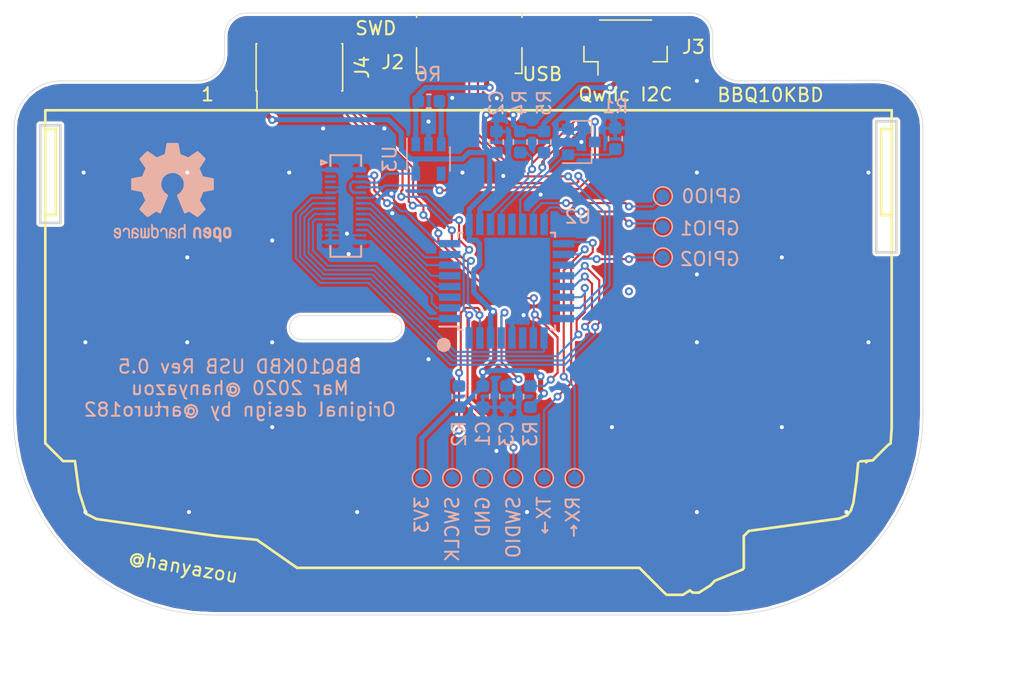
<source format=kicad_pcb>
(kicad_pcb (version 20171130) (host pcbnew "(5.1.5-0-10_14)")
  (layers (0 F.Cu signal) (31 B.Cu signal) (34 B.Paste user hide) (35 F.Paste user hide) (36 B.SilkS user) (37 F.SilkS user) (38 B.Mask user hide) (39 F.Mask user hide) (44 Edge.Cuts user))
  (net 0 "")
  (net 1 GND)
  (net 2 "Net-(C3-Pad1)")
  (net 3 /SDA)
  (net 4 /SCL)
  (net 5 /INT)
  (net 6 "Net-(Q1-Pad3)")
  (net 7 /BL_CTRL)
  (net 8 /~RESET~)
  (net 9 /ROW3)
  (net 10 /ROW7)
  (net 11 /ROW6)
  (net 12 /ROW5)
  (net 13 /ROW4)
  (net 14 /COL5)
  (net 15 /COL4)
  (net 16 /COL3)
  (net 17 /COL2)
  (net 18 /ROW2)
  (net 19 /COL1)
  (net 20 /ROW1)
  (net 21 "Net-(U1-Pad3)")
  (net 22 "Net-(U1-Pad2)")
  (net 23 "Net-(U2-Pad27)")
  (net 24 /UART_TX)
  (net 25 VCC)
  (net 26 VIN)
  (net 27 DM)
  (net 28 DP)
  (net 29 "Net-(J2-Pad4)")
  (net 30 "Net-(J2-Pad6)")
  (net 31 SWDIO)
  (net 32 SWCLK)
  (net 33 "Net-(J4-Pad6)")
  (net 34 "Net-(J4-Pad7)")
  (net 35 "Net-(J4-Pad8)")
  (net 36 "Net-(R6-Pad2)")
  (net 37 "Net-(U3-Pad4)")
  (net 38 "Net-(J1-Pad2)")
  (net 39 UART_RX)
  (net 40 GPIO0)
  (net 41 GPIO1)
  (net 42 GPIO2)
  (net 43 "Net-(J4-Pad9)")
  (module Package_TO_SOT_SMD:SOT-23-5 (layer B.Cu) (at 145.034 87.884 270)
    (fp_text reference U3 (at 0 2.9 90) (layer B.SilkS) (effects (justify mirror)))
    (fp_text value AP2112K-3.3)
    (pad 1 smd rect (at -1.1 0.95 270) (size 1.06 0.65) (layers B.Cu B.Paste B.Mask) (net 26 VIN))
    (pad 2 smd rect (at -1.1 0 270) (size 1.06 0.65) (layers B.Cu B.Paste B.Mask) (net 1 GND))
    (pad 3 smd rect (at -1.1 -0.95 270) (size 1.06 0.65) (layers B.Cu B.Paste B.Mask) (net 36 "Net-(R6-Pad2)"))
    (pad 4 smd rect (at 1.1 -0.95 270) (size 1.06 0.65) (layers B.Cu B.Paste B.Mask) (net 37 "Net-(U3-Pad4)"))
    (pad 5 smd rect (at 1.1 0.95 270) (size 1.06 0.65) (layers B.Cu B.Paste B.Mask) (net 25 VCC))
  )
  (module Resistor_SMD:R_0603_1608Metric (layer B.Cu) (at 153.67 86.614 90)
    (fp_text reference R5 (at 2.921 0.009303 90) (layer B.SilkS) (effects (justify mirror)))
    (fp_text value 4.7K)
    (pad 2 smd roundrect (at 0.7875 0 90) (size 0.875 0.95) (layers B.Cu B.Paste B.Mask) (net 25 VCC))
    (pad 1 smd roundrect (at -0.7875 0 90) (size 0.875 0.95) (layers B.Cu B.Paste B.Mask) (net 4 /SCL))
  )
  (module Resistor_SMD:R_0603_1608Metric (layer B.Cu) (at 151.892 86.614 90)
    (fp_text reference R4 (at 2.921 -0.040697 90) (layer B.SilkS) (effects (justify mirror)))
    (fp_text value 4.7K)
    (pad 2 smd roundrect (at 0.7875 0 90) (size 0.875 0.95) (layers B.Cu B.Paste B.Mask) (net 25 VCC))
    (pad 1 smd roundrect (at -0.7875 0 90) (size 0.875 0.95) (layers B.Cu B.Paste B.Mask) (net 3 /SDA))
  )
  (module Resistor_SMD:R_0603_1608Metric (layer B.Cu) (at 152.654 105.664 270)
    (fp_text reference R3 (at 2.794 0 270) (layer B.SilkS) (effects (justify mirror)))
    (fp_text value 10K)
    (pad 2 smd roundrect (at 0.7875 0 270) (size 0.875 0.95) (layers B.Cu B.Paste B.Mask) (net 25 VCC))
    (pad 1 smd roundrect (at -0.7875 0 270) (size 0.875 0.95) (layers B.Cu B.Paste B.Mask) (net 8 /~RESET~))
  )
  (module Resistor_SMD:R_0603_1608Metric (layer B.Cu) (at 147.32 105.664 270)
    (fp_text reference R2 (at 2.794 0 270) (layer B.SilkS) (effects (justify mirror)))
    (fp_text value 1K)
    (pad 2 smd roundrect (at 0.7875 0 270) (size 0.875 0.95) (layers B.Cu B.Paste B.Mask) (net 25 VCC))
    (pad 1 smd roundrect (at -0.7875 0 270) (size 0.875 0.95) (layers B.Cu B.Paste B.Mask) (net 32 SWCLK))
  )
  (module Resistor_SMD:R_0603_1608Metric (layer B.Cu) (at 159.004 86.36 270)
    (fp_text reference R1 (at -2.413 0) (layer B.SilkS) (effects (justify mirror)))
    (fp_text value 10K)
    (pad 2 smd roundrect (at 0.7875 0 270) (size 0.875 0.95) (layers B.Cu B.Paste B.Mask) (net 7 /BL_CTRL))
    (pad 1 smd roundrect (at -0.7875 0 270) (size 0.875 0.95) (layers B.Cu B.Paste B.Mask) (net 1 GND))
  )
  (module Capacitor_SMD:C_0603_1608Metric (layer B.Cu) (at 150.876 105.664 270)
    (fp_text reference C3 (at 2.794 0 270) (layer B.SilkS) (effects (justify mirror)))
    (fp_text value 1uF)
    (pad 2 smd roundrect (at 0.7875 0 270) (size 0.875 0.95) (layers B.Cu B.Paste B.Mask) (net 1 GND))
    (pad 1 smd roundrect (at -0.7875 0 270) (size 0.875 0.95) (layers B.Cu B.Paste B.Mask) (net 2 "Net-(C3-Pad1)"))
  )
  (module Capacitor_SMD:C_0603_1608Metric (layer B.Cu) (at 150.114 86.614 90)
    (fp_text reference C2 (at 2.921 0 90) (layer B.SilkS) (effects (justify mirror)))
    (fp_text value 4.7uF)
    (pad 2 smd roundrect (at 0.7875 0 90) (size 0.875 0.95) (layers B.Cu B.Paste B.Mask) (net 1 GND))
    (pad 1 smd roundrect (at -0.7875 0 90) (size 0.875 0.95) (layers B.Cu B.Paste B.Mask) (net 25 VCC))
  )
  (module Capacitor_SMD:C_0603_1608Metric (layer B.Cu) (at 149.098 105.664 270)
    (fp_text reference C1 (at 2.794 0 270) (layer B.SilkS) (effects (justify mirror)))
    (fp_text value 0.1uF)
    (pad 2 smd roundrect (at 0.7875 0 270) (size 0.875 0.95) (layers B.Cu B.Paste B.Mask) (net 1 GND))
    (pad 1 smd roundrect (at -0.7875 0 270) (size 0.875 0.95) (layers B.Cu B.Paste B.Mask) (net 25 VCC))
  )
  (module TestPoint:TestPoint_Pad_D1.0mm (layer B.Cu) (at 149.098 111.76)
    (fp_text reference TP5 hide)
    (fp_text value GND)
    (pad 1 smd circle (at 0 0) (size 1 1) (layers B.Cu B.Mask) (net 1 GND))
  )
  (module TestPoint:TestPoint_Pad_D1.0mm (layer B.Cu) (at 144.526 111.76)
    (fp_text reference TP4 hide)
    (fp_text value VDD)
    (pad 1 smd circle (at 0 0) (size 1 1) (layers B.Cu B.Mask) (net 25 VCC))
  )
  (module "Connector_Hirose_Extra:BM14B(0.8)-24DS-0.4V(53)" (layer B.Cu) (at 138.85 91.4 270)
    (fp_text reference U1 hide)
    (fp_text value BBQ10KBD)
    (pad 28 smd roundrect (at -2.7 -1.15 270) (size 0.4 0.8) (layers B.Cu B.Paste B.Mask) (net 1 GND))
    (pad 15 smd roundrect (at 2.7 -1.15 270) (size 0.4 0.8) (layers B.Cu B.Paste B.Mask) (net 1 GND))
    (pad 14 smd roundrect (at 2.7 1.15 270) (size 0.4 0.8) (layers B.Cu B.Paste B.Mask) (net 1 GND))
    (pad 1 smd roundrect (at -2.7 1.15 270) (size 0.4 0.8) (layers B.Cu B.Paste B.Mask) (net 1 GND))
    (pad 27 smd roundrect (at -2.2 -1.15 270) (size 0.2 0.8) (layers B.Cu B.Paste B.Mask) (net 10 /ROW7))
    (pad 26 smd roundrect (at -1.8 -1.15 270) (size 0.2 0.8) (layers B.Cu B.Paste B.Mask) (net 25 VCC))
    (pad 25 smd roundrect (at -1.4 -1.15 270) (size 0.2 0.8) (layers B.Cu B.Paste B.Mask) (net 6 "Net-(Q1-Pad3)"))
    (pad 24 smd roundrect (at -1 -1.15 270) (size 0.2 0.8) (layers B.Cu B.Paste B.Mask) (net 25 VCC))
    (pad 23 smd roundrect (at -0.6 -1.15 270) (size 0.2 0.8) (layers B.Cu B.Paste B.Mask) (net 6 "Net-(Q1-Pad3)"))
    (pad 22 smd roundrect (at -0.2 -1.15 270) (size 0.2 0.8) (layers B.Cu B.Paste B.Mask) (net 11 /ROW6))
    (pad 21 smd roundrect (at 0.2 -1.15 270) (size 0.2 0.8) (layers B.Cu B.Paste B.Mask) (net 12 /ROW5))
    (pad 20 smd roundrect (at 0.6 -1.15 270) (size 0.2 0.8) (layers B.Cu B.Paste B.Mask) (net 13 /ROW4))
    (pad 19 smd roundrect (at 1 -1.15 270) (size 0.2 0.8) (layers B.Cu B.Paste B.Mask) (net 14 /COL5))
    (pad 18 smd roundrect (at 1.4 -1.15 270) (size 0.2 0.8) (layers B.Cu B.Paste B.Mask) (net 9 /ROW3))
    (pad 17 smd roundrect (at 1.8 -1.15 270) (size 0.2 0.8) (layers B.Cu B.Paste B.Mask) (net 15 /COL4))
    (pad 16 smd roundrect (at 2.2 -1.15 270) (size 0.2 0.8) (layers B.Cu B.Paste B.Mask) (net 1 GND))
    (pad 13 smd roundrect (at 2.2 1.15 270) (size 0.2 0.8) (layers B.Cu B.Paste B.Mask) (net 1 GND))
    (pad 12 smd roundrect (at 1.8 1.15 270) (size 0.2 0.8) (layers B.Cu B.Paste B.Mask) (net 1 GND))
    (pad 11 smd roundrect (at 1.4 1.15 270) (size 0.2 0.8) (layers B.Cu B.Paste B.Mask) (net 1 GND))
    (pad 10 smd roundrect (at 1 1.15 270) (size 0.2 0.8) (layers B.Cu B.Paste B.Mask) (net 16 /COL3))
    (pad 9 smd roundrect (at 0.6 1.15 270) (size 0.2 0.8) (layers B.Cu B.Paste B.Mask) (net 17 /COL2))
    (pad 8 smd roundrect (at 0.2 1.15 270) (size 0.2 0.8) (layers B.Cu B.Paste B.Mask) (net 18 /ROW2))
    (pad 7 smd roundrect (at -0.2 1.15 270) (size 0.2 0.8) (layers B.Cu B.Paste B.Mask) (net 19 /COL1))
    (pad 6 smd roundrect (at -0.6 1.15 270) (size 0.2 0.8) (layers B.Cu B.Paste B.Mask) (net 20 /ROW1))
    (pad 5 smd roundrect (at -1 1.15 270) (size 0.2 0.8) (layers B.Cu B.Paste B.Mask) (net 1 GND))
    (pad 4 smd roundrect (at -1.4 1.15 270) (size 0.2 0.8) (layers B.Cu B.Paste B.Mask) (net 1 GND))
    (pad 3 smd roundrect (at -1.8 1.15 270) (size 0.2 0.8) (layers B.Cu B.Paste B.Mask) (net 21 "Net-(U1-Pad3)"))
    (pad 2 smd roundrect (at -2.2 1.15 270) (size 0.2 0.8) (layers B.Cu B.Paste B.Mask) (net 22 "Net-(U1-Pad2)"))
  )
  (module TestPoint:TestPoint_Pad_D1.0mm (layer B.Cu) (at 153.67 111.76)
    (fp_text reference TP3 hide)
    (fp_text value UART_TX)
    (pad 1 smd circle (at 0 0) (size 1 1) (layers B.Cu B.Mask) (net 24 /UART_TX))
  )
  (module TestPoint:TestPoint_Pad_D1.0mm (layer B.Cu) (at 151.384 111.76)
    (fp_text reference TP2 hide)
    (fp_text value TP_SWDIO)
    (pad 1 smd circle (at 0 0) (size 1 1) (layers B.Cu B.Mask) (net 31 SWDIO))
  )
  (module TestPoint:TestPoint_Pad_D1.0mm (layer B.Cu) (at 146.812 111.76)
    (fp_text reference TP1 hide)
    (fp_text value TP_SWCLK)
    (pad 1 smd circle (at 0 0) (size 1 1) (layers B.Cu B.Mask) (net 32 SWCLK))
  )
  (module Package_TO_SOT_SMD:SOT-23 (layer B.Cu) (at 156.464 86.614)
    (fp_text reference Q1 hide)
    (fp_text value BSS138)
    (pad 1 smd rect (at -1 0.95) (size 0.9 0.8) (layers B.Cu B.Paste B.Mask) (net 7 /BL_CTRL))
    (pad 2 smd rect (at -1 -0.95) (size 0.9 0.8) (layers B.Cu B.Paste B.Mask) (net 1 GND))
    (pad 3 smd rect (at 1 0) (size 0.9 0.8) (layers B.Cu B.Paste B.Mask) (net 6 "Net-(Q1-Pad3)"))
  )
  (module Symbol:OSHW-Logo2_9.8x8mm_SilkScreen (layer B.Cu) (at 125.9 90.4 180)
    (fp_text reference REF** hide)
    (fp_text value OSHW-Logo2_9.8x8mm_SilkScreen hide)
  )
  (module Keyboard:BBQ10KBD (layer F.Cu) (at 148 101.3)
    (fp_text reference REF** hide)
    (fp_text value BBQ10KBD)
    (fp_line (start -30.48798 -15.936106) (end -31.98798 -15.936106) (layer Edge.Cuts) (width 0.2))
    (fp_line (start -31.98798 -15.936106) (end -31.98798 -8.636106) (layer Edge.Cuts) (width 0.2))
    (fp_line (start -31.98798 -8.636106) (end -30.48798 -8.636106) (layer Edge.Cuts) (width 0.2))
    (fp_line (start -30.48798 -8.636106) (end -30.48798 -15.936106) (layer Edge.Cuts) (width 0.2))
    (fp_line (start 30.51202 -16.236106) (end 30.51202 -6.43) (layer Edge.Cuts) (width 0.2))
    (fp_line (start 30.51202 -6.43) (end 32.01202 -6.43) (layer Edge.Cuts) (width 0.2))
    (fp_line (start 32.01202 -16.236106) (end 30.51202 -16.236106) (layer Edge.Cuts) (width 0.2))
    (fp_line (start 32.01202 -6.43) (end 32.01202 -16.236106) (layer Edge.Cuts) (width 0.2))
  )
  (module library:USB_Micro-B_Molex_47346-0001 (layer F.Cu) (at 148.082 79.756 270)
    (fp_text reference J2 (at 0.889 5.715 180) (layer F.SilkS))
    (fp_text value USB_B_Micro)
    (pad 1 smd rect (at 1.33 -1.3 270) (size 1.38 0.45) (layers F.Cu F.Paste F.Mask) (net 26 VIN))
    (pad 2 smd rect (at 1.33 -0.65 270) (size 1.38 0.45) (layers F.Cu F.Paste F.Mask) (net 27 DM))
    (pad 3 smd rect (at 1.33 0 270) (size 1.38 0.45) (layers F.Cu F.Paste F.Mask) (net 28 DP))
    (pad 4 smd rect (at 1.33 0.65 270) (size 1.38 0.45) (layers F.Cu F.Paste F.Mask) (net 29 "Net-(J2-Pad4)"))
    (pad 5 smd rect (at 1.33 1.3 270) (size 1.38 0.45) (layers F.Cu F.Paste F.Mask) (net 1 GND))
    (pad 6 smd rect (at 0.97 -2.4625 270) (size 2.1 1.475) (layers F.Cu F.Paste F.Mask) (net 30 "Net-(J2-Pad6)"))
    (pad 6 smd rect (at 0.97 2.4625 270) (size 2.1 1.475) (layers F.Cu F.Paste F.Mask) (net 30 "Net-(J2-Pad6)"))
    (pad 6 smd rect (at -1.33 -2.91 270) (size 1.9 2.375) (layers F.Cu F.Paste F.Mask) (net 30 "Net-(J2-Pad6)"))
    (pad 6 smd rect (at -1.33 2.91 270) (size 1.9 2.375) (layers F.Cu F.Paste F.Mask) (net 30 "Net-(J2-Pad6)"))
    (pad 6 smd rect (at -1.33 -0.84 270) (size 1.9 1.175) (layers F.Cu F.Paste F.Mask) (net 30 "Net-(J2-Pad6)"))
    (pad 6 smd rect (at -1.33 0.84 270) (size 1.9 1.175) (layers F.Cu F.Paste F.Mask) (net 30 "Net-(J2-Pad6)"))
  )
  (module Connector_JST:JST_SH_BM04B-SRSS-TB_1x04-1MP_P1.00mm_Vertical (layer F.Cu) (at 159.766 79.502)
    (fp_text reference J3 (at 5.08 0) (layer F.SilkS))
    (fp_text value Groveconn4)
    (pad 1 smd roundrect (at -1.5 1.325) (size 0.6 1.55) (layers F.Cu F.Paste F.Mask) (net 1 GND))
    (pad 2 smd roundrect (at -0.5 1.325) (size 0.6 1.55) (layers F.Cu F.Paste F.Mask) (net 25 VCC))
    (pad 3 smd roundrect (at 0.5 1.325) (size 0.6 1.55) (layers F.Cu F.Paste F.Mask) (net 3 /SDA))
    (pad 4 smd roundrect (at 1.5 1.325) (size 0.6 1.55) (layers F.Cu F.Paste F.Mask) (net 4 /SCL))
    (pad MP smd roundrect (at -2.8 -1.2) (size 1.2 1.8) (layers F.Cu F.Paste F.Mask) (roundrect_rratio 0.208333))
    (pad MP smd roundrect (at 2.8 -1.2) (size 1.2 1.8) (layers F.Cu F.Paste F.Mask) (roundrect_rratio 0.208333))
  )
  (module Connector_PinHeader_1.27mm:PinHeader_2x05_P1.27mm_Vertical_SMD (layer F.Cu) (at 135.382 81.026 90)
    (fp_text reference J4 (at 0 4.699 270) (layer F.SilkS))
    (fp_text value Conn_ARM_JTAG_SWD_10)
    (pad 1 smd rect (at -1.95 -2.54 90) (size 2.4 0.74) (layers F.Cu F.Paste F.Mask) (net 25 VCC))
    (pad 2 smd rect (at 1.95 -2.54 90) (size 2.4 0.74) (layers F.Cu F.Paste F.Mask) (net 31 SWDIO))
    (pad 3 smd rect (at -1.95 -1.27 90) (size 2.4 0.74) (layers F.Cu F.Paste F.Mask) (net 1 GND))
    (pad 4 smd rect (at 1.95 -1.27 90) (size 2.4 0.74) (layers F.Cu F.Paste F.Mask) (net 32 SWCLK))
    (pad 5 smd rect (at -1.95 0 90) (size 2.4 0.74) (layers F.Cu F.Paste F.Mask) (net 1 GND))
    (pad 6 smd rect (at 1.95 0 90) (size 2.4 0.74) (layers F.Cu F.Paste F.Mask) (net 33 "Net-(J4-Pad6)"))
    (pad 7 smd rect (at -1.95 1.27 90) (size 2.4 0.74) (layers F.Cu F.Paste F.Mask) (net 34 "Net-(J4-Pad7)"))
    (pad 8 smd rect (at 1.95 1.27 90) (size 2.4 0.74) (layers F.Cu F.Paste F.Mask) (net 35 "Net-(J4-Pad8)"))
    (pad 9 smd rect (at -1.95 2.54 90) (size 2.4 0.74) (layers F.Cu F.Paste F.Mask) (net 43 "Net-(J4-Pad9)"))
    (pad 10 smd rect (at 1.95 2.54 90) (size 2.4 0.74) (layers F.Cu F.Paste F.Mask) (net 8 /~RESET~))
  )
  (module Resistor_SMD:R_0603_1608Metric (layer B.Cu) (at 145.0595 83.566)
    (fp_text reference R6 (at -0.0255 -2.032) (layer B.SilkS) (effects (justify mirror)))
    (fp_text value 10K)
    (pad 1 smd roundrect (at -0.7875 0) (size 0.875 0.95) (layers B.Cu B.Paste B.Mask) (net 26 VIN))
    (pad 2 smd roundrect (at 0.7875 0) (size 0.875 0.95) (layers B.Cu B.Paste B.Mask) (net 36 "Net-(R6-Pad2)"))
  )
  (module Package_QFP:TQFP-32_7x7mm_P0.8mm (layer B.Cu) (at 150.876 97.028)
    (fp_text reference U2 (at 5.334 -4.826) (layer B.SilkS) (effects (justify mirror)))
    (fp_text value ATSAMD20E17A)
    (pad 1 smd rect (at -4.25 2.8) (size 1.6 0.55) (layers B.Cu B.Paste B.Mask) (net 16 /COL3))
    (pad 2 smd rect (at -4.25 2) (size 1.6 0.55) (layers B.Cu B.Paste B.Mask) (net 15 /COL4))
    (pad 3 smd rect (at -4.25 1.2) (size 1.6 0.55) (layers B.Cu B.Paste B.Mask) (net 9 /ROW3))
    (pad 4 smd rect (at -4.25 0.4) (size 1.6 0.55) (layers B.Cu B.Paste B.Mask) (net 14 /COL5))
    (pad 5 smd rect (at -4.25 -0.4) (size 1.6 0.55) (layers B.Cu B.Paste B.Mask) (net 13 /ROW4))
    (pad 6 smd rect (at -4.25 -1.2) (size 1.6 0.55) (layers B.Cu B.Paste B.Mask) (net 12 /ROW5))
    (pad 7 smd rect (at -4.25 -2) (size 1.6 0.55) (layers B.Cu B.Paste B.Mask) (net 11 /ROW6))
    (pad 8 smd rect (at -4.25 -2.8) (size 1.6 0.55) (layers B.Cu B.Paste B.Mask) (net 10 /ROW7))
    (pad 9 smd rect (at -2.8 -4.25 270) (size 1.6 0.55) (layers B.Cu B.Paste B.Mask) (net 25 VCC))
    (pad 10 smd rect (at -2 -4.25 270) (size 1.6 0.55) (layers B.Cu B.Paste B.Mask) (net 1 GND))
    (pad 11 smd rect (at -1.2 -4.25 270) (size 1.6 0.55) (layers B.Cu B.Paste B.Mask) (net 3 /SDA))
    (pad 12 smd rect (at -0.4 -4.25 270) (size 1.6 0.55) (layers B.Cu B.Paste B.Mask) (net 4 /SCL))
    (pad 13 smd rect (at 0.4 -4.25 270) (size 1.6 0.55) (layers B.Cu B.Paste B.Mask) (net 5 /INT))
    (pad 14 smd rect (at 1.2 -4.25 270) (size 1.6 0.55) (layers B.Cu B.Paste B.Mask) (net 7 /BL_CTRL))
    (pad 15 smd rect (at 2 -4.25 270) (size 1.6 0.55) (layers B.Cu B.Paste B.Mask) (net 40 GPIO0))
    (pad 16 smd rect (at 2.8 -4.25 270) (size 1.6 0.55) (layers B.Cu B.Paste B.Mask) (net 41 GPIO1))
    (pad 17 smd rect (at 4.25 -2.8) (size 1.6 0.55) (layers B.Cu B.Paste B.Mask) (net 24 /UART_TX))
    (pad 18 smd rect (at 4.25 -2) (size 1.6 0.55) (layers B.Cu B.Paste B.Mask) (net 39 UART_RX))
    (pad 19 smd rect (at 4.25 -1.2) (size 1.6 0.55) (layers B.Cu B.Paste B.Mask) (net 42 GPIO2))
    (pad 20 smd rect (at 4.25 -0.4) (size 1.6 0.55) (layers B.Cu B.Paste B.Mask) (net 20 /ROW1))
    (pad 21 smd rect (at 4.25 0.4) (size 1.6 0.55) (layers B.Cu B.Paste B.Mask) (net 19 /COL1))
    (pad 22 smd rect (at 4.25 1.2) (size 1.6 0.55) (layers B.Cu B.Paste B.Mask) (net 18 /ROW2))
    (pad 23 smd rect (at 4.25 2) (size 1.6 0.55) (layers B.Cu B.Paste B.Mask) (net 27 DM))
    (pad 24 smd rect (at 4.25 2.8) (size 1.6 0.55) (layers B.Cu B.Paste B.Mask) (net 28 DP))
    (pad 25 smd rect (at 2.8 4.25 270) (size 1.6 0.55) (layers B.Cu B.Paste B.Mask) (net 17 /COL2))
    (pad 26 smd rect (at 2 4.25 270) (size 1.6 0.55) (layers B.Cu B.Paste B.Mask) (net 8 /~RESET~))
    (pad 27 smd rect (at 1.2 4.25 270) (size 1.6 0.55) (layers B.Cu B.Paste B.Mask) (net 23 "Net-(U2-Pad27)"))
    (pad 28 smd rect (at 0.4 4.25 270) (size 1.6 0.55) (layers B.Cu B.Paste B.Mask) (net 1 GND))
    (pad 29 smd rect (at -0.4 4.25 270) (size 1.6 0.55) (layers B.Cu B.Paste B.Mask) (net 2 "Net-(C3-Pad1)"))
    (pad 30 smd rect (at -1.2 4.25 270) (size 1.6 0.55) (layers B.Cu B.Paste B.Mask) (net 25 VCC))
    (pad 31 smd rect (at -2 4.25 270) (size 1.6 0.55) (layers B.Cu B.Paste B.Mask) (net 32 SWCLK))
    (pad 32 smd rect (at -2.8 4.25 270) (size 1.6 0.55) (layers B.Cu B.Paste B.Mask) (net 31 SWDIO))
  )
  (module TestPoint:TestPoint_Pad_D1.0mm (layer B.Cu) (at 155.956 111.76)
    (fp_text reference TP6 hide)
    (fp_text value UART_TX)
    (pad 1 smd circle (at 0 0) (size 1 1) (layers B.Cu B.Mask) (net 39 UART_RX))
  )
  (module TestPoint:TestPoint_Pad_D1.0mm (layer B.Cu) (at 162.56 90.678)
    (fp_text reference TP7 hide)
    (fp_text value UART_TX)
    (pad 1 smd circle (at 0 0) (size 1 1) (layers B.Cu B.Mask) (net 40 GPIO0))
  )
  (module TestPoint:TestPoint_Pad_D1.0mm (layer B.Cu) (at 162.56 92.964)
    (fp_text reference TP8 hide)
    (fp_text value UART_TX)
    (pad 1 smd circle (at 0 0) (size 1 1) (layers B.Cu B.Mask) (net 41 GPIO1))
  )
  (module TestPoint:TestPoint_Pad_D1.0mm (layer B.Cu) (at 162.56 95.25)
    (fp_text reference TP9 hide)
    (fp_text value UART_TX)
    (pad 1 smd circle (at 0 0) (size 1 1) (layers B.Cu B.Mask) (net 42 GPIO2))
  )
  (gr_text GPIO2 (at 168.402 95.377) (layer B.SilkS) (effects (font (size 1 1)) (justify left mirror)))
  (gr_text GPIO1 (at 168.402 93.091) (layer B.SilkS) (effects (font (size 1 1)) (justify left mirror)))
  (gr_text GPIO0 (at 168.529 90.678) (layer B.SilkS) (effects (font (size 1 1)) (justify left mirror)))
  (gr_text RX← (at 155.829 113.03 90) (layer B.SilkS) (effects (font (size 1 1)) (justify left mirror)))
  (gr_text 1 (at 128.524 83.058) (layer F.SilkS) (effects (font (size 0.9906 0.9906) (thickness 0.1524))))
  (gr_text SWD (at 141.097 78.105) (layer F.SilkS) (effects (font (size 0.9906 0.9906) (thickness 0.1524))))
  (gr_text USB (at 153.543 81.534) (layer F.SilkS) (effects (font (size 0.9906 0.9906) (thickness 0.1524))))
  (gr_text "Qwiic I2C" (at 159.766 83.058) (layer F.SilkS) (effects (font (size 0.9906 0.9906) (thickness 0.1524))))
  (gr_text ● (at 146.177 101.727) (layer B.SilkS) (effects (font (size 1.016 1.016) (thickness 0.254)) (justify mirror)))
  (gr_line (start 114.046 85.598) (end 114 107) (layer Edge.Cuts) (width 0.05))
  (gr_arc (start 117.602 85.598) (end 117.602 82.042) (angle -90) (layer Edge.Cuts) (width 0.05))
  (gr_line (start 127.762 82.042) (end 117.602 82.042) (layer Edge.Cuts) (width 0.05))
  (gr_line (start 129.794 80.01) (end 129.794 78.662) (layer Edge.Cuts) (width 0.05))
  (gr_arc (start 127.762 80.01) (end 127.762 82.042) (angle -90) (layer Edge.Cuts) (width 0.05))
  (gr_line (start 168.292 82.042) (end 178.5 82) (layer Edge.Cuts) (width 0.05))
  (gr_line (start 166.292 78.662) (end 166.292 80.042) (layer Edge.Cuts) (width 0.05))
  (gr_line (start 131.494 76.962) (end 164.592 76.962) (layer Edge.Cuts) (width 0.05))
  (gr_arc (start 135.55 100.5) (end 135.55 99.6) (angle -180) (layer Edge.Cuts) (width 0.05))
  (gr_arc (start 142.15 100.5) (end 142.15 101.4) (angle -180) (layer Edge.Cuts) (width 0.05))
  (gr_line (start 135.55 99.6) (end 142.15 99.6) (layer Edge.Cuts) (width 0.05))
  (gr_line (start 142.15 101.4) (end 135.55 101.4) (layer Edge.Cuts) (width 0.05))
  (gr_text "BBQ10KBD USB Rev 0.5\nMar 2020 @hanyazou\nOriginal design by @arturo182" (at 130.937 105.029) (layer B.SilkS) (effects (font (size 1 1)) (justify mirror)))
  (gr_text @hanyazou (at 126.7 118.4 350) (layer F.SilkS) (effects (font (size 1 1))))
  (gr_text TX→ (at 153.67 113.03 90) (layer B.SilkS) (effects (font (size 1 1)) (justify left mirror)))
  (gr_text SWDIO (at 151.384 113.03 90) (layer B.SilkS) (effects (font (size 1 1)) (justify left mirror)))
  (gr_text GND (at 149.098 113.03 90) (layer B.SilkS) (effects (font (size 1 1)) (justify left mirror)))
  (gr_text SWCLK (at 146.812 113.03 90) (layer B.SilkS) (effects (font (size 1 1)) (justify left mirror)))
  (gr_text 3V3 (at 144.526 113.03 90) (layer B.SilkS) (effects (font (size 1 1)) (justify left mirror)))
  (gr_text BBQ10KBD (at 170.6 83.1) (layer F.SilkS) (effects (font (size 1 1))))
  (gr_arc (start 129 107) (end 114 107) (angle -90) (layer Edge.Cuts) (width 0.05))
  (gr_arc (start 167 107) (end 167 122) (angle -90) (layer Edge.Cuts) (width 0.05))
  (gr_arc (start 168.292 80.042) (end 166.292 80.042) (angle -90) (layer Edge.Cuts) (width 0.05))
  (gr_arc (start 164.592 78.662) (end 166.292 78.662) (angle -90) (layer Edge.Cuts) (width 0.05))
  (gr_arc (start 131.494 78.662) (end 131.494 76.962) (angle -90) (layer Edge.Cuts) (width 0.05))
  (gr_arc (start 178.5 85.5) (end 182 85.5) (angle -90) (layer Edge.Cuts) (width 0.05))
  (gr_line (start 167 122) (end 129 122) (layer Edge.Cuts) (width 0.05))
  (gr_line (start 182 85.5) (end 182 107) (layer Edge.Cuts) (width 0.05))
  (via (at 145.034 85.09) (size 0.6) (drill 0.3) (layers F.Cu B.Cu) (net 1))
  (segment (start 145.034 86.784) (end 145.034 85.09) (width 0.381) (layer B.Cu) (net 1))
  (via (at 150.144 83.342) (size 0.6) (drill 0.3) (layers F.Cu B.Cu) (net 1))
  (segment (start 150.114 85.8265) (end 150.114 83.372) (width 0.381) (layer B.Cu) (net 1))
  (segment (start 150.114 83.372) (end 150.144 83.342) (width 0.381) (layer B.Cu) (net 1))
  (via (at 146.812 83.312) (size 0.6) (drill 0.3) (layers F.Cu B.Cu) (net 1))
  (segment (start 145.034 85.09) (end 146.812 83.312) (width 0.381) (layer F.Cu) (net 1))
  (segment (start 150.114 83.312) (end 150.144 83.342) (width 0.381) (layer B.Cu) (net 1))
  (segment (start 146.812 83.312) (end 150.114 83.312) (width 0.381) (layer B.Cu) (net 1))
  (segment (start 146.782 83.282) (end 146.812 83.312) (width 0.381) (layer F.Cu) (net 1))
  (segment (start 146.782 81.086) (end 146.782 83.282) (width 0.381) (layer F.Cu) (net 1))
  (via (at 138.938 93.472) (size 0.6) (drill 0.3) (layers F.Cu B.Cu) (net 1))
  (segment (start 139.566 94.1) (end 138.938 93.472) (width 0.381) (layer B.Cu) (net 1))
  (segment (start 140 94.1) (end 139.566 94.1) (width 0.381) (layer B.Cu) (net 1))
  (segment (start 138.938 93.047736) (end 138.740774 92.85051) (width 0.381) (layer B.Cu) (net 1))
  (segment (start 138.938 93.472) (end 138.938 93.047736) (width 0.381) (layer B.Cu) (net 1))
  (segment (start 138.938 93.472) (end 139.237999 93.771999) (width 0.381) (layer B.Cu) (net 1))
  (segment (start 138.638001 93.172001) (end 138.938 93.472) (width 0.381) (layer B.Cu) (net 1))
  (segment (start 138.638001 89.171593) (end 138.638001 93.172001) (width 0.381) (layer B.Cu) (net 1))
  (segment (start 138.166408 88.7) (end 138.638001 89.171593) (width 0.381) (layer B.Cu) (net 1))
  (segment (start 137.7 88.7) (end 138.166408 88.7) (width 0.381) (layer B.Cu) (net 1))
  (segment (start 139.109594 88.7) (end 138.638001 89.171593) (width 0.381) (layer B.Cu) (net 1))
  (segment (start 140 88.7) (end 139.109594 88.7) (width 0.381) (layer B.Cu) (net 1))
  (segment (start 138.638001 89.472137) (end 138.638001 89.171593) (width 0.16) (layer B.Cu) (net 1))
  (segment (start 138.638001 89.861999) (end 138.638001 89.171593) (width 0.16) (layer B.Cu) (net 1))
  (segment (start 137.7 90.4) (end 138.1 90.4) (width 0.16) (layer B.Cu) (net 1))
  (segment (start 138.6 90) (end 138.684 89.916) (width 0.16) (layer B.Cu) (net 1))
  (segment (start 137.7 90) (end 138.6 90) (width 0.16) (layer B.Cu) (net 1))
  (segment (start 138.684 89.916) (end 138.638001 89.861999) (width 0.16) (layer B.Cu) (net 1))
  (segment (start 138.1 90.4) (end 138.684 89.916) (width 0.16) (layer B.Cu) (net 1))
  (segment (start 138.482139 93.172001) (end 138.638001 93.172001) (width 0.16) (layer B.Cu) (net 1))
  (segment (start 138.110138 92.8) (end 138.482139 93.172001) (width 0.16) (layer B.Cu) (net 1))
  (segment (start 137.7 92.8) (end 138.110138 92.8) (width 0.16) (layer B.Cu) (net 1))
  (segment (start 138.610002 93.2) (end 138.638001 93.172001) (width 0.16) (layer B.Cu) (net 1))
  (segment (start 137.7 93.2) (end 138.610002 93.2) (width 0.16) (layer B.Cu) (net 1))
  (segment (start 138.81 93.6) (end 138.938 93.472) (width 0.16) (layer B.Cu) (net 1))
  (segment (start 137.7 93.6) (end 138.81 93.6) (width 0.16) (layer B.Cu) (net 1))
  (segment (start 139.066 93.6) (end 138.938 93.472) (width 0.16) (layer B.Cu) (net 1))
  (segment (start 140 93.6) (end 139.066 93.6) (width 0.16) (layer B.Cu) (net 1))
  (segment (start 137.7 94.1) (end 140 94.1) (width 0.381) (layer B.Cu) (net 1))
  (via (at 141.732 85.598) (size 0.6) (drill 0.3) (layers F.Cu B.Cu) (net 1))
  (segment (start 142.24 85.09) (end 141.732 85.598) (width 0.381) (layer F.Cu) (net 1))
  (segment (start 145.034 85.09) (end 142.24 85.09) (width 0.381) (layer F.Cu) (net 1))
  (segment (start 140 87.33) (end 141.732 85.598) (width 0.381) (layer B.Cu) (net 1))
  (segment (start 140 88.7) (end 140 87.33) (width 0.381) (layer B.Cu) (net 1))
  (segment (start 151.805 99.568) (end 152.146 99.568) (width 0.381) (layer B.Cu) (net 1))
  (segment (start 151.276 100.097) (end 151.805 99.568) (width 0.381) (layer B.Cu) (net 1))
  (segment (start 151.276 101.278) (end 151.276 100.097) (width 0.381) (layer B.Cu) (net 1))
  (via (at 152.146 99.568) (size 0.6) (drill 0.3) (layers F.Cu B.Cu) (net 1))
  (via (at 137.16 85.598) (size 0.6) (drill 0.3) (layers F.Cu B.Cu) (net 1))
  (via (at 156.464 86.614) (size 0.6) (drill 0.3) (layers F.Cu B.Cu) (net 1))
  (segment (start 155.514 85.664) (end 156.464 86.614) (width 0.16) (layer B.Cu) (net 1))
  (segment (start 155.464 85.664) (end 155.514 85.664) (width 0.16) (layer B.Cu) (net 1))
  (via (at 147.574 88.9) (size 0.6) (drill 0.3) (layers F.Cu B.Cu) (net 1))
  (segment (start 149.689736 109.728) (end 150.114 109.728) (width 0.381) (layer F.Cu) (net 1))
  (segment (start 147.911736 109.728) (end 149.689736 109.728) (width 0.381) (layer F.Cu) (net 1))
  (segment (start 149.098 110.744) (end 150.114 109.728) (width 0.381) (layer B.Cu) (net 1))
  (segment (start 145.067936 106.8842) (end 147.911736 109.728) (width 0.381) (layer F.Cu) (net 1))
  (via (at 150.114 109.728) (size 0.6) (drill 0.3) (layers F.Cu B.Cu) (net 1))
  (segment (start 150.114 109.728) (end 150.114 108.458) (width 0.381) (layer B.Cu) (net 1))
  (segment (start 150.876 107.696) (end 150.876 106.4515) (width 0.381) (layer B.Cu) (net 1))
  (segment (start 150.114 108.458) (end 150.876 107.696) (width 0.381) (layer B.Cu) (net 1))
  (segment (start 149.098 107.442) (end 149.098 106.4515) (width 0.381) (layer B.Cu) (net 1))
  (segment (start 150.114 108.458) (end 149.098 107.442) (width 0.381) (layer B.Cu) (net 1))
  (segment (start 149.098 111.76) (end 149.098 110.744) (width 0.381) (layer B.Cu) (net 1))
  (segment (start 150.622 89.578264) (end 150.622 89.154) (width 0.381) (layer B.Cu) (net 1))
  (segment (start 147.574 88.9) (end 150.368 88.9) (width 0.16) (layer F.Cu) (net 1))
  (segment (start 146.558 85.09) (end 150.322001 88.854001) (width 0.381) (layer F.Cu) (net 1))
  (via (at 150.622 89.154) (size 0.6) (drill 0.3) (layers F.Cu B.Cu) (net 1))
  (segment (start 150.368 88.9) (end 150.622 89.154) (width 0.16) (layer F.Cu) (net 1))
  (segment (start 150.622 89.865849) (end 150.622 89.578264) (width 0.381) (layer B.Cu) (net 1))
  (segment (start 148.876 92.778) (end 148.876 91.611849) (width 0.381) (layer B.Cu) (net 1))
  (segment (start 150.322001 88.854001) (end 150.622 89.154) (width 0.381) (layer F.Cu) (net 1))
  (segment (start 145.034 85.09) (end 146.558 85.09) (width 0.381) (layer F.Cu) (net 1))
  (segment (start 148.876 91.611849) (end 150.622 89.865849) (width 0.381) (layer B.Cu) (net 1))
  (segment (start 150.413999 110.027999) (end 150.114 109.728) (width 0.381) (layer F.Cu) (net 1))
  (segment (start 152.146 99.568) (end 152.415502 99.837502) (width 0.381) (layer F.Cu) (net 1))
  (segment (start 152.415502 109.40524) (end 151.696241 110.124501) (width 0.381) (layer F.Cu) (net 1))
  (segment (start 150.510501 110.124501) (end 150.413999 110.027999) (width 0.381) (layer F.Cu) (net 1))
  (segment (start 152.415502 99.837502) (end 152.415502 109.40524) (width 0.381) (layer F.Cu) (net 1))
  (segment (start 151.696241 110.124501) (end 150.510501 110.124501) (width 0.381) (layer F.Cu) (net 1))
  (via (at 165.1 82.042) (size 0.6) (drill 0.3) (layers F.Cu B.Cu) (net 1))
  (via (at 165.1 88.9) (size 0.6) (drill 0.3) (layers F.Cu B.Cu) (net 1))
  (via (at 177.927 88.9) (size 0.6) (drill 0.3) (layers F.Cu B.Cu) (net 1))
  (via (at 177.927 101.6) (size 0.6) (drill 0.3) (layers F.Cu B.Cu) (net 1))
  (via (at 165.1 101.6) (size 0.6) (drill 0.3) (layers F.Cu B.Cu) (net 1))
  (via (at 165.1 114.3) (size 0.6) (drill 0.3) (layers F.Cu B.Cu) (net 1))
  (via (at 152.4 114.3) (size 0.6) (drill 0.3) (layers F.Cu B.Cu) (net 1))
  (via (at 139.7 114.3) (size 0.6) (drill 0.3) (layers F.Cu B.Cu) (net 1))
  (via (at 139.7 102.87) (size 0.6) (drill 0.3) (layers F.Cu B.Cu) (net 1))
  (via (at 127.127 114.3) (size 0.6) (drill 0.3) (layers F.Cu B.Cu) (net 1))
  (segment (start 127.127 101.727) (end 127 101.6) (width 0.381) (layer F.Cu) (net 1))
  (via (at 127 101.6) (size 0.6) (drill 0.3) (layers F.Cu B.Cu) (net 1))
  (via (at 127 88.9) (size 0.6) (drill 0.3) (layers F.Cu B.Cu) (net 1))
  (via (at 119.253 88.9) (size 0.6) (drill 0.3) (layers F.Cu B.Cu) (net 1))
  (via (at 119.38 101.6) (size 0.6) (drill 0.3) (layers F.Cu B.Cu) (net 1))
  (via (at 119.38 114.3) (size 0.6) (drill 0.3) (layers F.Cu B.Cu) (net 1))
  (via (at 134.62 88.9) (size 0.6) (drill 0.3) (layers F.Cu B.Cu) (net 1))
  (via (at 176.276 114.3) (size 0.6) (drill 0.3) (layers F.Cu B.Cu) (net 1))
  (via (at 171.45 95.25) (size 0.6) (drill 0.3) (layers F.Cu B.Cu) (net 1))
  (via (at 133.35 101.6) (size 0.6) (drill 0.3) (layers F.Cu B.Cu) (net 1))
  (via (at 133.35 93.98) (size 0.6) (drill 0.3) (layers F.Cu B.Cu) (net 1))
  (via (at 171.45 107.95) (size 0.6) (drill 0.3) (layers F.Cu B.Cu) (net 1))
  (via (at 133.35 107.95) (size 0.6) (drill 0.3) (layers F.Cu B.Cu) (net 1))
  (via (at 158.75 107.95) (size 0.6) (drill 0.3) (layers F.Cu B.Cu) (net 1))
  (via (at 145.034 102.87) (size 0.6) (drill 0.3) (layers F.Cu B.Cu) (net 1))
  (segment (start 145.034 102.87) (end 145.067936 106.8842) (width 0.381) (layer F.Cu) (net 1))
  (via (at 127 95.25) (size 0.6) (drill 0.3) (layers F.Cu B.Cu) (net 1))
  (segment (start 138.938 94.868994) (end 139.065006 94.996) (width 0.16) (layer F.Cu) (net 1))
  (segment (start 138.938 93.472) (end 138.938 94.868994) (width 0.16) (layer F.Cu) (net 1))
  (via (at 139.065006 94.996) (size 0.6) (drill 0.3) (layers F.Cu B.Cu) (net 1))
  (segment (start 156.591 90.551) (end 153.416 90.551) (width 0.16) (layer F.Cu) (net 1))
  (segment (start 165.1 82.042) (end 156.591 90.551) (width 0.16) (layer F.Cu) (net 1))
  (via (at 153.416 90.551) (size 0.6) (drill 0.3) (layers F.Cu B.Cu) (net 1))
  (via (at 165.1 96.52) (size 0.6) (drill 0.3) (layers F.Cu B.Cu) (net 1))
  (via (at 156.845 83.312) (size 0.6) (drill 0.3) (layers F.Cu B.Cu) (net 1))
  (segment (start 159.004 85.5725) (end 159.004 85.135) (width 0.381) (layer B.Cu) (net 1))
  (segment (start 156.815 83.342) (end 156.845 83.312) (width 0.381) (layer F.Cu) (net 1))
  (segment (start 150.144 83.342) (end 156.815 83.342) (width 0.381) (layer F.Cu) (net 1))
  (segment (start 159.004 85.135) (end 157.181 83.312) (width 0.381) (layer B.Cu) (net 1))
  (segment (start 157.181 83.312) (end 156.845 83.312) (width 0.381) (layer B.Cu) (net 1))
  (segment (start 157.734 82.423) (end 156.845 83.312) (width 0.381) (layer F.Cu) (net 1))
  (segment (start 157.734 81.359) (end 157.734 82.423) (width 0.381) (layer F.Cu) (net 1))
  (segment (start 158.266 80.827) (end 157.734 81.359) (width 0.381) (layer F.Cu) (net 1))
  (segment (start 156.464 83.312) (end 156.845 83.312) (width 0.381) (layer B.Cu) (net 1))
  (segment (start 155.464 84.312) (end 156.464 83.312) (width 0.381) (layer B.Cu) (net 1))
  (segment (start 155.464 85.664) (end 155.464 84.312) (width 0.381) (layer B.Cu) (net 1))
  (via (at 142.326355 91.944925) (size 0.6) (drill 0.3) (layers F.Cu B.Cu) (net 1))
  (segment (start 146.10325 88.9) (end 144.891492 90.111758) (width 0.381) (layer F.Cu) (net 1))
  (segment (start 145.557501 92.699027) (end 145.034 93.222528) (width 0.381) (layer F.Cu) (net 1))
  (segment (start 145.034 93.222528) (end 145.034 102.445736) (width 0.381) (layer F.Cu) (net 1))
  (segment (start 144.891492 90.58875) (end 145.557501 91.254759) (width 0.381) (layer F.Cu) (net 1))
  (segment (start 147.574 88.9) (end 146.10325 88.9) (width 0.381) (layer F.Cu) (net 1))
  (segment (start 145.557501 91.254759) (end 145.557501 92.699027) (width 0.381) (layer F.Cu) (net 1))
  (segment (start 144.891492 90.111758) (end 144.891492 90.58875) (width 0.381) (layer F.Cu) (net 1))
  (segment (start 145.034 102.445736) (end 145.034 102.87) (width 0.381) (layer F.Cu) (net 1))
  (via (at 142.269347 90.475916) (size 0.6) (drill 0.3) (layers F.Cu B.Cu) (net 1))
  (segment (start 135.153 85.598) (end 134.112 84.557) (width 0.381) (layer F.Cu) (net 1))
  (segment (start 134.112 84.557) (end 134.112 82.976) (width 0.381) (layer F.Cu) (net 1))
  (segment (start 137.16 85.598) (end 135.153 85.598) (width 0.381) (layer F.Cu) (net 1))
  (segment (start 135.382 85.09) (end 135.89 85.598) (width 0.381) (layer F.Cu) (net 1))
  (segment (start 135.89 85.598) (end 137.16 85.598) (width 0.381) (layer F.Cu) (net 1))
  (segment (start 135.382 82.976) (end 135.382 85.09) (width 0.381) (layer F.Cu) (net 1))
  (segment (start 142.269347 90.051652) (end 142.269347 90.475916) (width 0.16) (layer F.Cu) (net 1))
  (segment (start 142.748 89.027) (end 142.748 89.572999) (width 0.16) (layer F.Cu) (net 1))
  (segment (start 139.319 85.598) (end 142.748 89.027) (width 0.16) (layer F.Cu) (net 1))
  (segment (start 142.748 89.572999) (end 142.269347 90.051652) (width 0.16) (layer F.Cu) (net 1))
  (segment (start 137.16 85.598) (end 139.319 85.598) (width 0.16) (layer F.Cu) (net 1))
  (segment (start 142.626354 91.644926) (end 142.626354 91.139359) (width 0.16) (layer F.Cu) (net 1))
  (segment (start 142.458197 90.971202) (end 142.458197 90.664766) (width 0.16) (layer F.Cu) (net 1))
  (segment (start 142.326355 91.944925) (end 142.626354 91.644926) (width 0.16) (layer F.Cu) (net 1))
  (segment (start 142.626354 91.139359) (end 142.458197 90.971202) (width 0.16) (layer F.Cu) (net 1))
  (segment (start 142.458197 90.664766) (end 142.269347 90.475916) (width 0.16) (layer F.Cu) (net 1))
  (segment (start 137.16 85.598) (end 141.732 85.598) (width 0.381) (layer B.Cu) (net 1))
  (segment (start 150.476 101.278) (end 150.476 99.617961) (width 0.16) (layer B.Cu) (net 2))
  (segment (start 150.476 99.617961) (end 150.719439 99.374522) (width 0.16) (layer B.Cu) (net 2))
  (via (at 150.719439 99.374522) (size 0.6) (drill 0.3) (layers F.Cu B.Cu) (net 2))
  (via (at 151.765 104.359057) (size 0.6) (drill 0.3) (layers F.Cu B.Cu) (net 2))
  (segment (start 150.876 104.439) (end 150.955943 104.359057) (width 0.16) (layer B.Cu) (net 2))
  (segment (start 150.876 104.8765) (end 150.876 104.439) (width 0.16) (layer B.Cu) (net 2))
  (segment (start 151.340736 104.359057) (end 151.765 104.359057) (width 0.16) (layer B.Cu) (net 2))
  (segment (start 150.955943 104.359057) (end 151.340736 104.359057) (width 0.16) (layer B.Cu) (net 2))
  (segment (start 151.465001 104.059058) (end 151.765 104.359057) (width 0.16) (layer F.Cu) (net 2))
  (segment (start 150.495 103.089057) (end 151.465001 104.059058) (width 0.16) (layer F.Cu) (net 2))
  (segment (start 150.495 99.598961) (end 150.495 103.089057) (width 0.16) (layer F.Cu) (net 2))
  (segment (start 150.719439 99.374522) (end 150.495 99.598961) (width 0.16) (layer F.Cu) (net 2))
  (segment (start 152.781 87.8155) (end 152.781 88.646) (width 0.16) (layer B.Cu) (net 3))
  (segment (start 151.892 87.4015) (end 152.367 87.4015) (width 0.16) (layer B.Cu) (net 3))
  (segment (start 152.367 87.4015) (end 152.781 87.8155) (width 0.16) (layer B.Cu) (net 3))
  (via (at 152.781 88.646) (size 0.6) (drill 0.3) (layers F.Cu B.Cu) (net 3))
  (segment (start 152.481001 89.326999) (end 152.481001 88.945999) (width 0.16) (layer B.Cu) (net 3))
  (segment (start 149.676 92.132) (end 152.481001 89.326999) (width 0.16) (layer B.Cu) (net 3))
  (segment (start 152.481001 88.945999) (end 152.781 88.646) (width 0.16) (layer B.Cu) (net 3))
  (segment (start 149.676 92.778) (end 149.676 92.132) (width 0.16) (layer B.Cu) (net 3))
  (segment (start 152.781 88.221736) (end 152.781 88.646) (width 0.16) (layer F.Cu) (net 3))
  (segment (start 157.120735 83.882001) (end 152.781 88.221736) (width 0.16) (layer F.Cu) (net 3))
  (segment (start 158.179999 83.882001) (end 157.120735 83.882001) (width 0.16) (layer F.Cu) (net 3))
  (segment (start 160.266 81.796) (end 158.179999 83.882001) (width 0.16) (layer F.Cu) (net 3))
  (segment (start 160.266 80.827) (end 160.266 81.796) (width 0.16) (layer F.Cu) (net 3))
  (via (at 153.542155 88.518155) (size 0.6) (drill 0.3) (layers F.Cu B.Cu) (net 4))
  (segment (start 153.67 87.4015) (end 153.67 88.39031) (width 0.16) (layer B.Cu) (net 4))
  (segment (start 153.67 88.39031) (end 153.542155 88.518155) (width 0.16) (layer B.Cu) (net 4))
  (segment (start 153.542155 88.773845) (end 153.542155 88.518155) (width 0.16) (layer B.Cu) (net 4))
  (segment (start 150.476 91.84) (end 153.542155 88.773845) (width 0.16) (layer B.Cu) (net 4))
  (segment (start 150.476 92.778) (end 150.476 91.84) (width 0.16) (layer B.Cu) (net 4))
  (segment (start 157.434035 84.202011) (end 153.542155 88.093891) (width 0.16) (layer F.Cu) (net 4))
  (segment (start 153.542155 88.093891) (end 153.542155 88.518155) (width 0.16) (layer F.Cu) (net 4))
  (segment (start 158.367989 84.202011) (end 157.434035 84.202011) (width 0.16) (layer F.Cu) (net 4))
  (segment (start 161.266 81.304) (end 158.367989 84.202011) (width 0.16) (layer F.Cu) (net 4))
  (segment (start 161.266 80.827) (end 161.266 81.304) (width 0.16) (layer F.Cu) (net 4))
  (via (at 157.48 85.09) (size 0.6) (drill 0.3) (layers F.Cu B.Cu) (net 6))
  (segment (start 157.464 85.106) (end 157.48 85.09) (width 0.16) (layer B.Cu) (net 6))
  (segment (start 157.464 86.614) (end 157.464 85.106) (width 0.16) (layer B.Cu) (net 6))
  (segment (start 140 90.8) (end 140.848 90.8) (width 0.16) (layer B.Cu) (net 6))
  (segment (start 140.848 90.8) (end 141.777999 89.870001) (width 0.16) (layer B.Cu) (net 6))
  (segment (start 141.648 90) (end 141.777999 89.870001) (width 0.16) (layer B.Cu) (net 6))
  (segment (start 140 90) (end 141.648 90) (width 0.16) (layer B.Cu) (net 6))
  (segment (start 157.48 85.09) (end 157.48 88.8732) (width 0.16) (layer F.Cu) (net 6))
  (segment (start 146.517549 90.010998) (end 146.290251 90.238296) (width 0.16) (layer F.Cu) (net 6))
  (segment (start 156.215202 90.137998) (end 154.564202 90.137998) (width 0.16) (layer F.Cu) (net 6))
  (segment (start 154.437202 90.010998) (end 146.517549 90.010998) (width 0.16) (layer F.Cu) (net 6))
  (segment (start 146.290251 90.238296) (end 145.865987 90.238296) (width 0.16) (layer F.Cu) (net 6))
  (segment (start 157.48 88.8732) (end 156.215202 90.137998) (width 0.16) (layer F.Cu) (net 6))
  (segment (start 154.564202 90.137998) (end 154.437202 90.010998) (width 0.16) (layer F.Cu) (net 6))
  (via (at 145.865987 90.238296) (size 0.6) (drill 0.3) (layers F.Cu B.Cu) (net 6))
  (segment (start 145.565988 89.938297) (end 145.865987 90.238296) (width 0.16) (layer B.Cu) (net 6))
  (segment (start 145.497692 89.870001) (end 145.565988 89.938297) (width 0.16) (layer B.Cu) (net 6))
  (segment (start 141.777999 89.870001) (end 145.497692 89.870001) (width 0.16) (layer B.Cu) (net 6))
  (segment (start 158.5875 87.564) (end 159.004 87.1475) (width 0.16) (layer B.Cu) (net 7))
  (segment (start 155.464 87.564) (end 158.5875 87.564) (width 0.16) (layer B.Cu) (net 7))
  (segment (start 155.26 87.564) (end 155.464 87.564) (width 0.16) (layer B.Cu) (net 7))
  (segment (start 151.892 90.932) (end 155.26 87.564) (width 0.16) (layer B.Cu) (net 7))
  (segment (start 151.892 92.594) (end 151.892 90.932) (width 0.16) (layer B.Cu) (net 7))
  (segment (start 152.076 92.778) (end 151.892 92.594) (width 0.16) (layer B.Cu) (net 7))
  (via (at 154.17801 104.394) (size 0.6) (drill 0.3) (layers F.Cu B.Cu) (net 8))
  (segment (start 153.878011 104.693999) (end 154.17801 104.394) (width 0.16) (layer B.Cu) (net 8))
  (segment (start 152.654 104.8765) (end 153.69551 104.8765) (width 0.16) (layer B.Cu) (net 8))
  (segment (start 153.69551 104.8765) (end 153.878011 104.693999) (width 0.16) (layer B.Cu) (net 8))
  (via (at 152.908 98.298) (size 0.6) (drill 0.3) (layers F.Cu B.Cu) (net 8))
  (segment (start 152.876 99.636769) (end 152.986647 99.526122) (width 0.16) (layer B.Cu) (net 8))
  (segment (start 152.908 99.447475) (end 152.986647 99.526122) (width 0.16) (layer B.Cu) (net 8))
  (via (at 152.986647 99.526122) (size 0.6) (drill 0.3) (layers F.Cu B.Cu) (net 8))
  (segment (start 152.876 101.278) (end 152.876 99.636769) (width 0.16) (layer B.Cu) (net 8))
  (segment (start 152.908 98.298) (end 152.908 99.447475) (width 0.16) (layer B.Cu) (net 8))
  (segment (start 154.686 101.225475) (end 152.986647 99.526122) (width 0.16) (layer F.Cu) (net 8))
  (segment (start 154.686 103.88601) (end 154.686 101.225475) (width 0.16) (layer F.Cu) (net 8))
  (segment (start 154.17801 104.394) (end 154.686 103.88601) (width 0.16) (layer F.Cu) (net 8))
  (via (at 144.653004 92.075) (size 0.6) (drill 0.3) (layers F.Cu B.Cu) (net 8))
  (segment (start 144.653004 91.650736) (end 144.653004 92.075) (width 0.16) (layer F.Cu) (net 8))
  (segment (start 144.653004 91.402802) (end 144.653004 91.650736) (width 0.16) (layer F.Cu) (net 8))
  (segment (start 143.891 90.640798) (end 144.653004 91.402802) (width 0.16) (layer F.Cu) (net 8))
  (segment (start 139.7 84.365202) (end 143.891 88.556202) (width 0.16) (layer F.Cu) (net 8))
  (segment (start 137.922 79.076) (end 138.452 79.076) (width 0.16) (layer F.Cu) (net 8))
  (segment (start 138.452 79.076) (end 139.7 80.324) (width 0.16) (layer F.Cu) (net 8))
  (segment (start 139.7 80.324) (end 139.7 84.365202) (width 0.16) (layer F.Cu) (net 8))
  (segment (start 143.891 88.556202) (end 143.891 90.640798) (width 0.16) (layer F.Cu) (net 8))
  (segment (start 152.908 98.298) (end 150.071195 98.298) (width 0.16) (layer F.Cu) (net 8))
  (segment (start 145.770411 93.868984) (end 145.770411 93.44472) (width 0.16) (layer F.Cu) (net 8))
  (segment (start 145.770411 93.997216) (end 145.770411 93.868984) (width 0.16) (layer F.Cu) (net 8))
  (segment (start 150.071195 98.298) (end 145.770411 93.997216) (width 0.16) (layer F.Cu) (net 8))
  (via (at 145.770411 93.44472) (size 0.6) (drill 0.3) (layers F.Cu B.Cu) (net 8))
  (segment (start 144.653004 92.075) (end 145.770411 93.192407) (width 0.16) (layer B.Cu) (net 8))
  (segment (start 145.770411 93.192407) (end 145.770411 93.44472) (width 0.16) (layer B.Cu) (net 8))
  (segment (start 146.626 98.228) (end 145.94775 98.228) (width 0.16) (layer B.Cu) (net 9))
  (segment (start 145.94775 98.228) (end 140.51975 92.8) (width 0.16) (layer B.Cu) (net 9))
  (segment (start 140.4 92.8) (end 140 92.8) (width 0.16) (layer B.Cu) (net 9))
  (segment (start 140.51975 92.8) (end 140.4 92.8) (width 0.16) (layer B.Cu) (net 9))
  (segment (start 147.33907 94.032999) (end 147.3482 94.023869) (width 0.16) (layer B.Cu) (net 10))
  (segment (start 145.938123 94.032999) (end 147.33907 94.032999) (width 0.16) (layer B.Cu) (net 10))
  (segment (start 145.928993 94.023869) (end 145.938123 94.032999) (width 0.16) (layer B.Cu) (net 10))
  (via (at 140.981935 89.112187) (size 0.6) (drill 0.3) (layers F.Cu B.Cu) (net 10))
  (segment (start 140 89.2) (end 140.894122 89.2) (width 0.16) (layer B.Cu) (net 10))
  (segment (start 140.894122 89.2) (end 140.981935 89.112187) (width 0.16) (layer B.Cu) (net 10))
  (segment (start 140.981935 89.112187) (end 140.981935 90.233498) (width 0.16) (layer F.Cu) (net 10))
  (segment (start 140.981935 90.233498) (end 141.93635 91.187913) (width 0.16) (layer F.Cu) (net 10))
  (via (at 141.93635 91.187913) (size 0.6) (drill 0.3) (layers F.Cu B.Cu) (net 10))
  (segment (start 142.360614 91.187913) (end 141.93635 91.187913) (width 0.16) (layer B.Cu) (net 10))
  (segment (start 142.958724 91.786023) (end 142.360614 91.187913) (width 0.16) (layer B.Cu) (net 10))
  (segment (start 143.348023 91.786023) (end 142.958724 91.786023) (width 0.16) (layer B.Cu) (net 10))
  (segment (start 145.79 94.228) (end 143.348023 91.786023) (width 0.16) (layer B.Cu) (net 10))
  (segment (start 146.626 94.228) (end 145.79 94.228) (width 0.16) (layer B.Cu) (net 10))
  (segment (start 146.8107 95.023869) (end 147.3482 95.023869) (width 0.16) (layer B.Cu) (net 11))
  (segment (start 146.023869 95.023869) (end 146.8107 95.023869) (width 0.16) (layer B.Cu) (net 11))
  (segment (start 144.78 95.25) (end 146.404 95.25) (width 0.16) (layer B.Cu) (net 11))
  (segment (start 140.73 91.2) (end 144.78 95.25) (width 0.16) (layer B.Cu) (net 11))
  (segment (start 146.404 95.25) (end 146.626 95.028) (width 0.16) (layer B.Cu) (net 11))
  (segment (start 140 91.2) (end 140.73 91.2) (width 0.16) (layer B.Cu) (net 11))
  (segment (start 146.8107 96.023869) (end 147.3482 96.023869) (width 0.16) (layer B.Cu) (net 12))
  (segment (start 146.023869 96.023869) (end 146.8107 96.023869) (width 0.16) (layer B.Cu) (net 12))
  (segment (start 145.666 95.828) (end 146.626 95.828) (width 0.16) (layer B.Cu) (net 12))
  (segment (start 144.905438 95.828) (end 145.666 95.828) (width 0.16) (layer B.Cu) (net 12))
  (segment (start 140.677438 91.6) (end 144.905438 95.828) (width 0.16) (layer B.Cu) (net 12))
  (segment (start 140 91.6) (end 140.677438 91.6) (width 0.16) (layer B.Cu) (net 12))
  (segment (start 145.252875 96.628) (end 140.624875 92) (width 0.16) (layer B.Cu) (net 13))
  (segment (start 146.626 96.628) (end 145.252875 96.628) (width 0.16) (layer B.Cu) (net 13))
  (segment (start 140.4 92) (end 140 92) (width 0.16) (layer B.Cu) (net 13))
  (segment (start 140.624875 92) (end 140.4 92) (width 0.16) (layer B.Cu) (net 13))
  (segment (start 140.572311 92.4) (end 140.4 92.4) (width 0.16) (layer B.Cu) (net 14))
  (segment (start 145.600311 97.428) (end 140.572311 92.4) (width 0.16) (layer B.Cu) (net 14))
  (segment (start 146.626 97.428) (end 145.600311 97.428) (width 0.16) (layer B.Cu) (net 14))
  (segment (start 140.4 92.4) (end 140 92.4) (width 0.16) (layer B.Cu) (net 14))
  (segment (start 145.288 98.049565) (end 140.438435 93.2) (width 0.16) (layer B.Cu) (net 15))
  (segment (start 140.4 93.2) (end 140 93.2) (width 0.16) (layer B.Cu) (net 15))
  (segment (start 140.438435 93.2) (end 140.4 93.2) (width 0.16) (layer B.Cu) (net 15))
  (segment (start 145.666 99.028) (end 145.288 98.65) (width 0.16) (layer B.Cu) (net 15))
  (segment (start 145.288 98.65) (end 145.288 98.049565) (width 0.16) (layer B.Cu) (net 15))
  (segment (start 146.626 99.028) (end 145.666 99.028) (width 0.16) (layer B.Cu) (net 15))
  (segment (start 136.398 92.583) (end 136.581 92.4) (width 0.16) (layer B.Cu) (net 16))
  (segment (start 137.530956 95.874956) (end 136.398 94.742) (width 0.16) (layer B.Cu) (net 16))
  (segment (start 141.086957 95.874956) (end 137.530956 95.874956) (width 0.16) (layer B.Cu) (net 16))
  (segment (start 145.04 99.828) (end 141.086957 95.874956) (width 0.16) (layer B.Cu) (net 16))
  (segment (start 136.398 94.742) (end 136.398 92.583) (width 0.16) (layer B.Cu) (net 16))
  (segment (start 136.581 92.4) (end 137.7 92.4) (width 0.16) (layer B.Cu) (net 16))
  (segment (start 146.626 99.828) (end 145.04 99.828) (width 0.16) (layer B.Cu) (net 16))
  (segment (start 137.352653 96.194967) (end 140.954405 96.194967) (width 0.16) (layer B.Cu) (net 17))
  (segment (start 147.077439 102.318001) (end 153.595999 102.318001) (width 0.16) (layer B.Cu) (net 17))
  (segment (start 136.077989 92.450448) (end 136.077989 94.920303) (width 0.16) (layer B.Cu) (net 17))
  (segment (start 136.077989 94.920303) (end 137.352653 96.194967) (width 0.16) (layer B.Cu) (net 17))
  (segment (start 153.595999 102.318001) (end 153.676 102.238) (width 0.16) (layer B.Cu) (net 17))
  (segment (start 137.7 92) (end 136.528437 92) (width 0.16) (layer B.Cu) (net 17))
  (segment (start 153.676 102.238) (end 153.676 101.278) (width 0.16) (layer B.Cu) (net 17))
  (segment (start 140.954405 96.194967) (end 147.077439 102.318001) (width 0.16) (layer B.Cu) (net 17))
  (segment (start 136.528437 92) (end 136.077989 92.450448) (width 0.16) (layer B.Cu) (net 17))
  (via (at 156.718 97.536) (size 0.6) (drill 0.3) (layers F.Cu B.Cu) (net 18))
  (segment (start 156.718 97.960264) (end 156.718 97.536) (width 0.16) (layer B.Cu) (net 18))
  (segment (start 156.450264 98.228) (end 156.718 97.960264) (width 0.16) (layer B.Cu) (net 18))
  (segment (start 155.126 98.228) (end 156.450264 98.228) (width 0.16) (layer B.Cu) (net 18))
  (segment (start 136.419874 91.6) (end 135.757978 92.261896) (width 0.16) (layer B.Cu) (net 18))
  (via (at 156.24201 101.013864) (size 0.6) (drill 0.3) (layers F.Cu B.Cu) (net 18))
  (segment (start 135.757978 95.052855) (end 137.220101 96.514978) (width 0.16) (layer B.Cu) (net 18))
  (segment (start 156.718 99.35161) (end 156.11501 99.9546) (width 0.16) (layer F.Cu) (net 18))
  (segment (start 156.718 97.536) (end 156.718 99.35161) (width 0.16) (layer F.Cu) (net 18))
  (segment (start 137.220101 96.514978) (end 140.821853 96.514978) (width 0.16) (layer B.Cu) (net 18))
  (segment (start 146.944887 102.638012) (end 154.617862 102.638012) (width 0.16) (layer B.Cu) (net 18))
  (segment (start 155.942011 101.313863) (end 156.24201 101.013864) (width 0.16) (layer B.Cu) (net 18))
  (segment (start 137.7 91.6) (end 136.419874 91.6) (width 0.16) (layer B.Cu) (net 18))
  (segment (start 140.821853 96.514978) (end 146.944887 102.638012) (width 0.16) (layer B.Cu) (net 18))
  (segment (start 156.11501 100.886864) (end 156.24201 101.013864) (width 0.16) (layer F.Cu) (net 18))
  (segment (start 135.757978 92.261896) (end 135.757978 95.052855) (width 0.16) (layer B.Cu) (net 18))
  (segment (start 156.11501 99.9546) (end 156.11501 100.886864) (width 0.16) (layer F.Cu) (net 18))
  (segment (start 154.617862 102.638012) (end 155.942011 101.313863) (width 0.16) (layer B.Cu) (net 18))
  (via (at 156.718 96.676358) (size 0.6) (drill 0.3) (layers F.Cu B.Cu) (net 19))
  (segment (start 155.899798 97.428) (end 156.351441 96.976357) (width 0.16) (layer B.Cu) (net 19))
  (segment (start 156.351441 96.976357) (end 156.418001 96.976357) (width 0.16) (layer B.Cu) (net 19))
  (segment (start 155.126 97.428) (end 155.899798 97.428) (width 0.16) (layer B.Cu) (net 19))
  (segment (start 156.418001 96.976357) (end 156.718 96.676358) (width 0.16) (layer B.Cu) (net 19))
  (segment (start 135.437967 92.129344) (end 135.437967 95.185407) (width 0.16) (layer B.Cu) (net 19))
  (segment (start 146.812335 102.958023) (end 155.097055 102.958023) (width 0.16) (layer B.Cu) (net 19))
  (via (at 156.738704 100.438614) (size 0.6) (drill 0.3) (layers F.Cu B.Cu) (net 19))
  (segment (start 135.437967 95.185407) (end 137.087549 96.834989) (width 0.16) (layer B.Cu) (net 19))
  (segment (start 157.038703 100.738613) (end 156.738704 100.438614) (width 0.16) (layer B.Cu) (net 19))
  (segment (start 157.038703 100.138615) (end 156.738704 100.438614) (width 0.16) (layer F.Cu) (net 19))
  (segment (start 136.367311 91.2) (end 135.437967 92.129344) (width 0.16) (layer B.Cu) (net 19))
  (segment (start 157.258002 97.21636) (end 157.258002 99.919316) (width 0.16) (layer F.Cu) (net 19))
  (segment (start 137.7 91.2) (end 136.367311 91.2) (width 0.16) (layer B.Cu) (net 19))
  (segment (start 137.087549 96.834989) (end 140.689301 96.834989) (width 0.16) (layer B.Cu) (net 19))
  (segment (start 140.689301 96.834989) (end 146.812335 102.958023) (width 0.16) (layer B.Cu) (net 19))
  (segment (start 156.718 96.676358) (end 157.258002 97.21636) (width 0.16) (layer F.Cu) (net 19))
  (segment (start 155.097055 102.958023) (end 157.038703 101.016375) (width 0.16) (layer B.Cu) (net 19))
  (segment (start 157.258002 99.919316) (end 157.038703 100.138615) (width 0.16) (layer F.Cu) (net 19))
  (segment (start 157.038703 101.016375) (end 157.038703 100.738613) (width 0.16) (layer B.Cu) (net 19))
  (via (at 156.718 95.877763) (size 0.6) (drill 0.3) (layers F.Cu B.Cu) (net 20))
  (segment (start 155.126 96.628) (end 155.967763 96.628) (width 0.16) (layer B.Cu) (net 20))
  (segment (start 156.418001 96.177762) (end 156.718 95.877763) (width 0.16) (layer B.Cu) (net 20))
  (segment (start 155.967763 96.628) (end 156.418001 96.177762) (width 0.16) (layer B.Cu) (net 20))
  (via (at 157.498633 100.449859) (size 0.6) (drill 0.3) (layers F.Cu B.Cu) (net 20))
  (segment (start 157.798632 100.14986) (end 157.498633 100.449859) (width 0.16) (layer F.Cu) (net 20))
  (segment (start 137.7 90.8) (end 136.314748 90.8) (width 0.16) (layer B.Cu) (net 20))
  (segment (start 157.498633 100.874123) (end 157.498633 100.449859) (width 0.16) (layer B.Cu) (net 20))
  (segment (start 135.117956 95.317959) (end 136.954997 97.155) (width 0.16) (layer B.Cu) (net 20))
  (segment (start 140.556749 97.155) (end 146.679783 103.278034) (width 0.16) (layer B.Cu) (net 20))
  (segment (start 146.679783 103.278034) (end 155.229607 103.278034) (width 0.16) (layer B.Cu) (net 20))
  (segment (start 157.498633 101.009008) (end 157.498633 100.874123) (width 0.16) (layer B.Cu) (net 20))
  (segment (start 136.954997 97.155) (end 140.556749 97.155) (width 0.16) (layer B.Cu) (net 20))
  (segment (start 157.798632 96.958395) (end 157.798632 100.14986) (width 0.16) (layer F.Cu) (net 20))
  (segment (start 136.314748 90.8) (end 135.117956 91.996792) (width 0.16) (layer B.Cu) (net 20))
  (segment (start 135.117956 91.996792) (end 135.117956 95.317959) (width 0.16) (layer B.Cu) (net 20))
  (segment (start 155.229607 103.278034) (end 157.498633 101.009008) (width 0.16) (layer B.Cu) (net 20))
  (segment (start 156.718 95.877763) (end 157.798632 96.958395) (width 0.16) (layer F.Cu) (net 20))
  (via (at 154.686 105.664) (size 0.6) (drill 0.3) (layers F.Cu B.Cu) (net 24))
  (segment (start 154.686 105.664) (end 153.67 106.68) (width 0.16) (layer B.Cu) (net 24))
  (segment (start 153.67 111.76) (end 153.67 106.68) (width 0.16) (layer B.Cu) (net 24))
  (via (at 157.316629 94.163109) (size 0.6) (drill 0.3) (layers F.Cu B.Cu) (net 24))
  (segment (start 155.702 96.115572) (end 156.63056 95.187012) (width 0.16) (layer F.Cu) (net 24))
  (segment (start 156.63056 95.187012) (end 156.977202 95.187012) (width 0.16) (layer F.Cu) (net 24))
  (segment (start 155.702 104.648) (end 155.702 96.115572) (width 0.16) (layer F.Cu) (net 24))
  (segment (start 154.686 105.664) (end 155.702 104.648) (width 0.16) (layer F.Cu) (net 24))
  (segment (start 156.977202 95.187012) (end 157.316629 94.847585) (width 0.16) (layer F.Cu) (net 24))
  (segment (start 157.316629 94.847585) (end 157.316629 94.587373) (width 0.16) (layer F.Cu) (net 24))
  (segment (start 157.316629 94.587373) (end 157.316629 94.163109) (width 0.16) (layer F.Cu) (net 24))
  (segment (start 155.772 94.107) (end 157.26052 94.107) (width 0.16) (layer B.Cu) (net 24))
  (segment (start 155.651 94.228) (end 155.772 94.107) (width 0.16) (layer B.Cu) (net 24))
  (segment (start 157.26052 94.107) (end 157.316629 94.163109) (width 0.16) (layer B.Cu) (net 24))
  (segment (start 155.126 94.228) (end 155.651 94.228) (width 0.16) (layer B.Cu) (net 24))
  (via (at 151.384 84.582) (size 0.6) (drill 0.3) (layers F.Cu B.Cu) (net 25))
  (segment (start 151.384 85.3185) (end 151.892 85.8265) (width 0.381) (layer B.Cu) (net 25))
  (segment (start 151.384 84.582) (end 151.384 85.3185) (width 0.381) (layer B.Cu) (net 25))
  (segment (start 151.892 85.8265) (end 153.67 85.8265) (width 0.381) (layer B.Cu) (net 25))
  (segment (start 149.352 84.582) (end 151.384 84.582) (width 0.381) (layer F.Cu) (net 25))
  (via (at 149.352 84.582) (size 0.6) (drill 0.3) (layers F.Cu B.Cu) (net 25))
  (segment (start 144.526 108.7705) (end 146.845 106.4515) (width 0.381) (layer B.Cu) (net 25))
  (segment (start 146.845 106.4515) (end 147.32 106.4515) (width 0.381) (layer B.Cu) (net 25))
  (segment (start 147.523 106.4515) (end 149.098 104.8765) (width 0.381) (layer B.Cu) (net 25))
  (segment (start 147.32 106.4515) (end 147.523 106.4515) (width 0.381) (layer B.Cu) (net 25))
  (via (at 149.86 99.314) (size 0.6) (drill 0.3) (layers F.Cu B.Cu) (net 25))
  (segment (start 149.676 99.498) (end 149.676 101.278) (width 0.381) (layer B.Cu) (net 25))
  (segment (start 149.86 99.314) (end 149.676 99.498) (width 0.381) (layer B.Cu) (net 25))
  (via (at 153.67 105.4165) (size 0.6) (drill 0.3) (layers F.Cu B.Cu) (net 25))
  (segment (start 152.654 106.4325) (end 153.67 105.4165) (width 0.381) (layer B.Cu) (net 25))
  (segment (start 152.654 106.4515) (end 152.654 106.4325) (width 0.381) (layer B.Cu) (net 25))
  (via (at 153.416 104.14) (size 0.6) (drill 0.3) (layers F.Cu B.Cu) (net 25))
  (segment (start 153.416 105.1625) (end 153.416 104.14) (width 0.381) (layer F.Cu) (net 25))
  (segment (start 153.67 105.4165) (end 153.416 105.1625) (width 0.381) (layer F.Cu) (net 25))
  (via (at 149.098 103.818066) (size 0.6) (drill 0.3) (layers F.Cu B.Cu) (net 25))
  (segment (start 149.098 104.8765) (end 149.098 103.818066) (width 0.381) (layer B.Cu) (net 25))
  (segment (start 144.084 88.984) (end 144.084 88.779) (width 0.381) (layer B.Cu) (net 25))
  (segment (start 148.076 93.959) (end 148.076 92.778) (width 0.381) (layer B.Cu) (net 25))
  (segment (start 148.613822 93.959) (end 148.076 93.959) (width 0.381) (layer B.Cu) (net 25))
  (segment (start 148.844 94.189178) (end 148.613822 93.959) (width 0.381) (layer B.Cu) (net 25))
  (segment (start 148.844 95.179229) (end 148.844 94.189178) (width 0.381) (layer B.Cu) (net 25))
  (segment (start 148.856529 95.191758) (end 148.844 95.179229) (width 0.381) (layer B.Cu) (net 25))
  (segment (start 148.418732 96.254039) (end 148.856529 95.816242) (width 0.381) (layer B.Cu) (net 25))
  (segment (start 148.416523 96.469505) (end 148.418732 96.467296) (width 0.381) (layer B.Cu) (net 25))
  (segment (start 148.416523 97.870521) (end 148.416523 96.469505) (width 0.381) (layer B.Cu) (net 25))
  (segment (start 148.418732 96.467296) (end 148.418732 96.254039) (width 0.381) (layer B.Cu) (net 25))
  (segment (start 149.86 99.314) (end 148.416523 97.870521) (width 0.381) (layer B.Cu) (net 25))
  (segment (start 148.856529 95.816242) (end 148.856529 95.191758) (width 0.381) (layer B.Cu) (net 25))
  (segment (start 144.526 111.76) (end 144.526 108.7705) (width 0.381) (layer B.Cu) (net 25))
  (segment (start 149.606 90.116744) (end 149.606 87.4345) (width 0.381) (layer B.Cu) (net 25))
  (segment (start 149.606 87.4345) (end 149.639 87.4015) (width 0.381) (layer B.Cu) (net 25))
  (segment (start 148.076 91.646744) (end 149.606 90.116744) (width 0.381) (layer B.Cu) (net 25))
  (segment (start 148.076 92.778) (end 148.076 91.646744) (width 0.381) (layer B.Cu) (net 25))
  (segment (start 149.225 84.709) (end 149.352 84.582) (width 0.381) (layer B.Cu) (net 25))
  (segment (start 149.225 86.9875) (end 149.225 84.709) (width 0.381) (layer B.Cu) (net 25))
  (segment (start 149.639 87.4015) (end 149.225 86.9875) (width 0.381) (layer B.Cu) (net 25))
  (segment (start 150.114 87.4015) (end 149.639 87.4015) (width 0.381) (layer B.Cu) (net 25))
  (segment (start 152.984545 103.708545) (end 149.631785 103.708545) (width 0.381) (layer B.Cu) (net 25))
  (segment (start 149.631785 103.708545) (end 149.522264 103.818066) (width 0.381) (layer B.Cu) (net 25))
  (segment (start 153.416 104.14) (end 152.984545 103.708545) (width 0.381) (layer B.Cu) (net 25))
  (segment (start 149.522264 103.818066) (end 149.098 103.818066) (width 0.381) (layer B.Cu) (net 25))
  (segment (start 139.422 90.4) (end 140 90.4) (width 0.2) (layer B.Cu) (net 25))
  (segment (start 139.377 89.6) (end 139.192 89.785) (width 0.2) (layer B.Cu) (net 25))
  (segment (start 139.192 90.17) (end 139.422 90.4) (width 0.2) (layer B.Cu) (net 25))
  (segment (start 139.192 89.785) (end 139.192 90.17) (width 0.2) (layer B.Cu) (net 25))
  (segment (start 140 89.6) (end 139.377 89.6) (width 0.2) (layer B.Cu) (net 25))
  (via (at 158.623 82.550575) (size 0.6) (drill 0.3) (layers F.Cu B.Cu) (net 25))
  (segment (start 153.67 85.217) (end 156.336425 82.550575) (width 0.381) (layer B.Cu) (net 25))
  (segment (start 159.266 80.827) (end 159.266 81.907575) (width 0.381) (layer F.Cu) (net 25))
  (segment (start 153.67 85.8265) (end 153.67 85.217) (width 0.381) (layer B.Cu) (net 25))
  (segment (start 159.266 81.907575) (end 158.623 82.550575) (width 0.381) (layer F.Cu) (net 25))
  (segment (start 156.336425 82.550575) (end 158.198736 82.550575) (width 0.381) (layer B.Cu) (net 25))
  (segment (start 158.198736 82.550575) (end 158.623 82.550575) (width 0.381) (layer B.Cu) (net 25))
  (segment (start 149.987 99.441) (end 149.987 102.929066) (width 0.381) (layer F.Cu) (net 25))
  (segment (start 149.987 102.929066) (end 149.098 103.818066) (width 0.381) (layer F.Cu) (net 25))
  (segment (start 149.86 99.314) (end 149.987 99.441) (width 0.381) (layer F.Cu) (net 25))
  (segment (start 140.452188 89.652188) (end 141.241136 89.652188) (width 0.16) (layer B.Cu) (net 25))
  (segment (start 140 89.6) (end 140.4 89.6) (width 0.16) (layer B.Cu) (net 25))
  (segment (start 141.241136 89.652188) (end 141.909324 88.984) (width 0.16) (layer B.Cu) (net 25))
  (segment (start 143.599 88.984) (end 144.084 88.984) (width 0.16) (layer B.Cu) (net 25))
  (segment (start 141.909324 88.984) (end 143.599 88.984) (width 0.16) (layer B.Cu) (net 25))
  (segment (start 140.4 89.6) (end 140.452188 89.652188) (width 0.16) (layer B.Cu) (net 25))
  (via (at 133.35 84.963) (size 0.6) (drill 0.3) (layers F.Cu B.Cu) (net 25))
  (segment (start 132.842 84.455) (end 132.842 82.976) (width 0.381) (layer F.Cu) (net 25))
  (segment (start 133.35 84.963) (end 132.842 84.455) (width 0.381) (layer F.Cu) (net 25))
  (segment (start 142.044241 84.947499) (end 133.365501 84.947499) (width 0.381) (layer B.Cu) (net 25))
  (segment (start 143.002 85.905258) (end 142.044241 84.947499) (width 0.381) (layer B.Cu) (net 25))
  (segment (start 133.365501 84.947499) (end 133.35 84.963) (width 0.381) (layer B.Cu) (net 25))
  (segment (start 144.084 88.073) (end 144.084 88.984) (width 0.381) (layer B.Cu) (net 25))
  (segment (start 144.273 87.884) (end 144.084 88.073) (width 0.381) (layer B.Cu) (net 25))
  (segment (start 147.574 87.884) (end 144.273 87.884) (width 0.381) (layer B.Cu) (net 25))
  (segment (start 148.0565 87.4015) (end 147.574 87.884) (width 0.381) (layer B.Cu) (net 25))
  (segment (start 150.114 87.4015) (end 148.0565 87.4015) (width 0.381) (layer B.Cu) (net 25))
  (segment (start 143.698098 87.884) (end 143.002 87.187902) (width 0.381) (layer B.Cu) (net 25))
  (segment (start 143.002 87.187902) (end 143.002 85.905258) (width 0.381) (layer B.Cu) (net 25))
  (segment (start 144.273 87.884) (end 143.698098 87.884) (width 0.381) (layer B.Cu) (net 25))
  (segment (start 144.084 83.754) (end 144.272 83.566) (width 0.381) (layer B.Cu) (net 26))
  (segment (start 144.084 86.784) (end 144.084 83.754) (width 0.381) (layer B.Cu) (net 26))
  (via (at 149.606 82.55) (size 0.6) (drill 0.3) (layers F.Cu B.Cu) (net 26))
  (segment (start 144.272 83.091) (end 144.813 82.55) (width 0.381) (layer B.Cu) (net 26))
  (segment (start 144.813 82.55) (end 149.606 82.55) (width 0.381) (layer B.Cu) (net 26))
  (segment (start 144.272 83.566) (end 144.272 83.091) (width 0.381) (layer B.Cu) (net 26))
  (segment (start 149.382 82.326) (end 149.382 81.086) (width 0.381) (layer F.Cu) (net 26))
  (segment (start 149.606 82.55) (end 149.382 82.326) (width 0.381) (layer F.Cu) (net 26))
  (via (at 155.475838 89.181838) (size 0.6) (drill 0.3) (layers F.Cu B.Cu) (net 27))
  (segment (start 151.482013 89.035215) (end 151.632799 89.186001) (width 0.16) (layer F.Cu) (net 27))
  (segment (start 148.732 86.012233) (end 151.482013 88.762246) (width 0.16) (layer F.Cu) (net 27))
  (segment (start 148.732 81.086) (end 148.732 86.012233) (width 0.16) (layer F.Cu) (net 27))
  (segment (start 155.047411 89.186001) (end 155.051574 89.181838) (width 0.16) (layer F.Cu) (net 27))
  (segment (start 151.632799 89.186001) (end 155.047411 89.186001) (width 0.16) (layer F.Cu) (net 27))
  (segment (start 151.482013 88.762246) (end 151.482013 89.035215) (width 0.16) (layer F.Cu) (net 27))
  (segment (start 155.051574 89.181838) (end 155.475838 89.181838) (width 0.16) (layer F.Cu) (net 27))
  (segment (start 155.475838 89.181838) (end 158.241999 91.947999) (width 0.16) (layer B.Cu) (net 27))
  (segment (start 158.241999 91.947999) (end 158.241999 97.16) (width 0.16) (layer B.Cu) (net 27))
  (segment (start 158.241999 97.16) (end 156.373999 99.028) (width 0.16) (layer B.Cu) (net 27))
  (segment (start 156.373999 99.028) (end 156.086 99.028) (width 0.16) (layer B.Cu) (net 27))
  (segment (start 156.086 99.028) (end 155.126 99.028) (width 0.16) (layer B.Cu) (net 27))
  (via (at 156.235294 89.153041) (size 0.6) (drill 0.3) (layers F.Cu B.Cu) (net 28))
  (segment (start 156.235294 89.153041) (end 158.56201 91.479757) (width 0.16) (layer B.Cu) (net 28))
  (segment (start 158.56201 91.479757) (end 158.56201 97.35199) (width 0.16) (layer B.Cu) (net 28))
  (segment (start 156.086 99.828) (end 155.126 99.828) (width 0.16) (layer B.Cu) (net 28))
  (segment (start 158.56201 97.35199) (end 156.086 99.828) (width 0.16) (layer B.Cu) (net 28))
  (segment (start 148.082 85.814796) (end 151.162002 88.894798) (width 0.16) (layer F.Cu) (net 28))
  (segment (start 154.600606 89.721839) (end 156.09076 89.721839) (width 0.16) (layer F.Cu) (net 28))
  (segment (start 156.235294 89.577305) (end 156.235294 89.153041) (width 0.16) (layer F.Cu) (net 28))
  (segment (start 148.082 81.086) (end 148.082 85.814796) (width 0.16) (layer F.Cu) (net 28))
  (segment (start 151.162002 89.167766) (end 151.685223 89.690987) (width 0.16) (layer F.Cu) (net 28))
  (segment (start 151.685223 89.690987) (end 154.569754 89.690987) (width 0.16) (layer F.Cu) (net 28))
  (segment (start 156.09076 89.721839) (end 156.235294 89.577305) (width 0.16) (layer F.Cu) (net 28))
  (segment (start 154.569754 89.690987) (end 154.600606 89.721839) (width 0.16) (layer F.Cu) (net 28))
  (segment (start 151.162002 88.894798) (end 151.162002 89.167766) (width 0.16) (layer F.Cu) (net 28))
  (segment (start 148.076 99.574) (end 148.081155 99.568845) (width 0.16) (layer B.Cu) (net 31))
  (via (at 148.081155 99.568845) (size 0.6) (drill 0.3) (layers F.Cu B.Cu) (net 31))
  (segment (start 148.076 101.278) (end 148.076 99.574) (width 0.16) (layer B.Cu) (net 31))
  (via (at 148.075434 94.677952) (size 0.6) (drill 0.3) (layers F.Cu B.Cu) (net 31))
  (segment (start 148.081155 99.568845) (end 147.666001 99.153691) (width 0.16) (layer B.Cu) (net 31))
  (segment (start 147.775435 94.977951) (end 148.075434 94.677952) (width 0.16) (layer B.Cu) (net 31))
  (segment (start 147.66821 95.891317) (end 147.666001 95.889108) (width 0.16) (layer B.Cu) (net 31))
  (segment (start 147.66821 96.156421) (end 147.66821 95.891317) (width 0.16) (layer B.Cu) (net 31))
  (segment (start 147.666001 99.153691) (end 147.666001 96.15863) (width 0.16) (layer B.Cu) (net 31))
  (segment (start 147.666001 95.889108) (end 147.666001 95.087385) (width 0.16) (layer B.Cu) (net 31))
  (segment (start 147.666001 96.15863) (end 147.66821 96.156421) (width 0.16) (layer B.Cu) (net 31))
  (segment (start 147.666001 95.087385) (end 147.775435 94.977951) (width 0.16) (layer B.Cu) (net 31))
  (via (at 147.32 92.456) (size 0.6) (drill 0.3) (layers F.Cu B.Cu) (net 31))
  (segment (start 137.922 82.976) (end 137.922 83.806) (width 0.16) (layer F.Cu) (net 43))
  (via (at 151.384 109.474) (size 0.6) (drill 0.3) (layers F.Cu B.Cu) (net 31))
  (segment (start 151.384 111.76) (end 151.384 109.474) (width 0.16) (layer B.Cu) (net 31))
  (segment (start 147.32 93.922518) (end 147.32 92.456) (width 0.16) (layer F.Cu) (net 31))
  (segment (start 148.075434 94.677952) (end 147.32 93.922518) (width 0.16) (layer F.Cu) (net 31))
  (segment (start 151.084001 109.174001) (end 151.384 109.474) (width 0.16) (layer F.Cu) (net 31))
  (segment (start 147.955 106.045) (end 151.084001 109.174001) (width 0.16) (layer F.Cu) (net 31))
  (segment (start 147.955 99.695) (end 147.955 106.045) (width 0.16) (layer F.Cu) (net 31))
  (segment (start 148.081155 99.568845) (end 147.955 99.695) (width 0.16) (layer F.Cu) (net 31))
  (via (at 142.998199 90.712) (size 0.6) (drill 0.3) (layers F.Cu B.Cu) (net 31))
  (segment (start 133.559 81.153) (end 138.032876 81.153) (width 0.16) (layer F.Cu) (net 31))
  (segment (start 138.938 82.058124) (end 138.938 84.582) (width 0.16) (layer F.Cu) (net 31))
  (segment (start 138.032876 81.153) (end 138.938 82.058124) (width 0.16) (layer F.Cu) (net 31))
  (segment (start 132.842 80.436) (end 133.559 81.153) (width 0.16) (layer F.Cu) (net 31))
  (segment (start 132.842 79.076) (end 132.842 80.436) (width 0.16) (layer F.Cu) (net 31))
  (segment (start 142.998199 90.287736) (end 142.998199 90.712) (width 0.16) (layer F.Cu) (net 31))
  (segment (start 143.097122 88.741122) (end 143.097122 90.188813) (width 0.16) (layer F.Cu) (net 31))
  (segment (start 138.938 84.582) (end 143.097122 88.741122) (width 0.16) (layer F.Cu) (net 31))
  (segment (start 143.097122 90.188813) (end 142.998199 90.287736) (width 0.16) (layer F.Cu) (net 31))
  (segment (start 144.814 90.712) (end 142.998199 90.712) (width 0.16) (layer B.Cu) (net 31))
  (segment (start 146.558 92.456) (end 144.814 90.712) (width 0.16) (layer B.Cu) (net 31))
  (segment (start 147.32 92.456) (end 146.558 92.456) (width 0.16) (layer B.Cu) (net 31))
  (via (at 147.32 103.886) (size 0.6) (drill 0.3) (layers F.Cu B.Cu) (net 32))
  (segment (start 147.32 103.886) (end 147.32 104.8765) (width 0.16) (layer B.Cu) (net 32))
  (segment (start 146.812 108.712) (end 147.32 108.204) (width 0.16) (layer B.Cu) (net 32))
  (via (at 147.32 108.204) (size 0.6) (drill 0.3) (layers F.Cu B.Cu) (net 32))
  (segment (start 147.32 107.779736) (end 147.32 103.886) (width 0.16) (layer F.Cu) (net 32))
  (segment (start 147.32 108.204) (end 147.32 107.779736) (width 0.16) (layer F.Cu) (net 32))
  (via (at 148.844845 99.568845) (size 0.6) (drill 0.3) (layers F.Cu B.Cu) (net 32))
  (segment (start 148.876 99.6) (end 148.844845 99.568845) (width 0.16) (layer B.Cu) (net 32))
  (segment (start 148.876 101.278) (end 148.876 99.6) (width 0.16) (layer B.Cu) (net 32))
  (via (at 148.206027 95.504) (size 0.6) (drill 0.3) (layers F.Cu B.Cu) (net 32))
  (segment (start 147.986012 96.291182) (end 147.988221 96.288973) (width 0.16) (layer B.Cu) (net 32))
  (segment (start 147.986012 98.710012) (end 147.986012 96.291182) (width 0.16) (layer B.Cu) (net 32))
  (segment (start 148.844845 99.568845) (end 147.986012 98.710012) (width 0.16) (layer B.Cu) (net 32))
  (segment (start 147.988221 96.288973) (end 147.988221 95.721806) (width 0.16) (layer B.Cu) (net 32))
  (segment (start 147.988221 95.721806) (end 148.206027 95.504) (width 0.16) (layer B.Cu) (net 32))
  (segment (start 146.812 111.76) (end 146.812 108.712) (width 0.16) (layer B.Cu) (net 32))
  (via (at 146.77999 93.218) (size 0.6) (drill 0.3) (layers F.Cu B.Cu) (net 32))
  (segment (start 146.77999 93.642264) (end 146.77999 93.218) (width 0.16) (layer F.Cu) (net 32))
  (segment (start 147.781763 95.504) (end 146.77999 94.502227) (width 0.16) (layer F.Cu) (net 32))
  (segment (start 148.206027 95.504) (end 147.781763 95.504) (width 0.16) (layer F.Cu) (net 32))
  (segment (start 146.77999 94.502227) (end 146.77999 93.642264) (width 0.16) (layer F.Cu) (net 32))
  (segment (start 148.844845 99.144581) (end 148.844845 99.568845) (width 0.16) (layer F.Cu) (net 32))
  (segment (start 148.728263 99.027999) (end 148.844845 99.144581) (width 0.16) (layer F.Cu) (net 32))
  (segment (start 147.822799 99.027999) (end 148.728263 99.027999) (width 0.16) (layer F.Cu) (net 32))
  (segment (start 147.32 103.886) (end 147.447 103.759) (width 0.16) (layer F.Cu) (net 32))
  (segment (start 147.447 99.403798) (end 147.822799 99.027999) (width 0.16) (layer F.Cu) (net 32))
  (segment (start 147.447 103.759) (end 147.447 99.403798) (width 0.16) (layer F.Cu) (net 32))
  (segment (start 146.77999 93.218) (end 144.934404 91.372414) (width 0.16) (layer B.Cu) (net 32))
  (segment (start 139.319 81.986562) (end 139.319 84.436764) (width 0.16) (layer F.Cu) (net 32))
  (segment (start 139.319 84.436764) (end 143.558926 88.67669) (width 0.16) (layer F.Cu) (net 32))
  (segment (start 134.112 80.436) (end 134.448 80.772) (width 0.16) (layer F.Cu) (net 32))
  (segment (start 143.558926 88.67669) (end 143.558926 91.072415) (width 0.16) (layer F.Cu) (net 32))
  (segment (start 134.448 80.772) (end 138.104438 80.772) (width 0.16) (layer F.Cu) (net 32))
  (segment (start 138.104438 80.772) (end 139.319 81.986562) (width 0.16) (layer F.Cu) (net 32))
  (segment (start 134.112 79.076) (end 134.112 80.436) (width 0.16) (layer F.Cu) (net 32))
  (segment (start 144.934404 91.372414) (end 143.858925 91.372414) (width 0.16) (layer B.Cu) (net 32))
  (via (at 143.858925 91.372414) (size 0.6) (drill 0.3) (layers F.Cu B.Cu) (net 32))
  (segment (start 143.558926 91.072415) (end 143.858925 91.372414) (width 0.16) (layer F.Cu) (net 32))
  (segment (start 145.984 83.703) (end 145.847 83.566) (width 0.381) (layer B.Cu) (net 36))
  (segment (start 145.984 86.784) (end 145.984 83.703) (width 0.381) (layer B.Cu) (net 36))
  (via (at 160.02 97.79) (size 0.6) (drill 0.3) (layers F.Cu B.Cu) (net 38))
  (via (at 156.718 94.64701) (size 0.6) (drill 0.3) (layers F.Cu B.Cu) (net 39))
  (segment (start 156.418001 94.947009) (end 156.718 94.64701) (width 0.16) (layer B.Cu) (net 39))
  (segment (start 156.33701 95.028) (end 156.418001 94.947009) (width 0.16) (layer B.Cu) (net 39))
  (segment (start 155.126 95.028) (end 156.33701 95.028) (width 0.16) (layer B.Cu) (net 39))
  (segment (start 155.14593 96.21908) (end 155.14593 103.744722) (width 0.16) (layer F.Cu) (net 39))
  (via (at 155.14593 104.168986) (size 0.6) (drill 0.3) (layers F.Cu B.Cu) (net 39))
  (segment (start 155.956 111.76) (end 155.956 104.979056) (width 0.16) (layer B.Cu) (net 39))
  (segment (start 155.14593 103.744722) (end 155.14593 104.168986) (width 0.16) (layer F.Cu) (net 39))
  (segment (start 155.956 104.979056) (end 155.14593 104.168986) (width 0.16) (layer B.Cu) (net 39))
  (segment (start 156.718 94.64701) (end 155.14593 96.21908) (width 0.16) (layer F.Cu) (net 39))
  (via (at 155.321 91.186) (size 0.6) (drill 0.3) (layers F.Cu B.Cu) (net 40))
  (segment (start 155.321 91.186) (end 159.765992 91.186) (width 0.16) (layer F.Cu) (net 40))
  (via (at 160.02 91.440008) (size 0.6) (drill 0.3) (layers F.Cu B.Cu) (net 40))
  (segment (start 159.765992 91.186) (end 160.02 91.440008) (width 0.16) (layer F.Cu) (net 40))
  (segment (start 162.56 90.678) (end 161.797992 91.440008) (width 0.16) (layer B.Cu) (net 40))
  (segment (start 161.797992 91.440008) (end 160.02 91.440008) (width 0.16) (layer B.Cu) (net 40))
  (segment (start 154.894227 91.183491) (end 154.896736 91.186) (width 0.16) (layer B.Cu) (net 40))
  (segment (start 154.896736 91.186) (end 155.321 91.186) (width 0.16) (layer B.Cu) (net 40))
  (segment (start 152.876 92.778) (end 152.876 91.818) (width 0.16) (layer B.Cu) (net 40))
  (segment (start 152.876 91.818) (end 153.510509 91.183491) (width 0.16) (layer B.Cu) (net 40))
  (segment (start 153.510509 91.183491) (end 154.894227 91.183491) (width 0.16) (layer B.Cu) (net 40))
  (via (at 156.464 91.821) (size 0.6) (drill 0.3) (layers F.Cu B.Cu) (net 41))
  (via (at 160.02 92.71) (size 0.6) (drill 0.3) (layers F.Cu B.Cu) (net 41))
  (segment (start 159.131 91.821) (end 160.02 92.71) (width 0.16) (layer F.Cu) (net 41))
  (segment (start 156.464 91.821) (end 159.131 91.821) (width 0.16) (layer F.Cu) (net 41))
  (segment (start 162.306 92.71) (end 162.56 92.964) (width 0.16) (layer B.Cu) (net 41))
  (segment (start 160.02 92.71) (end 162.306 92.71) (width 0.16) (layer B.Cu) (net 41))
  (segment (start 153.676 91.942) (end 154.1145 91.5035) (width 0.16) (layer B.Cu) (net 41))
  (segment (start 153.676 92.778) (end 153.676 91.942) (width 0.16) (layer B.Cu) (net 41))
  (segment (start 154.7495 91.5035) (end 155.067 91.821) (width 0.16) (layer B.Cu) (net 41))
  (segment (start 154.1145 91.5035) (end 154.7495 91.5035) (width 0.16) (layer B.Cu) (net 41))
  (segment (start 155.067 91.821) (end 156.464 91.821) (width 0.16) (layer B.Cu) (net 41))
  (segment (start 155.126 95.828) (end 155.848798 95.828) (width 0.16) (layer B.Cu) (net 42))
  (via (at 157.607 95.377) (size 0.6) (drill 0.3) (layers F.Cu B.Cu) (net 42))
  (segment (start 157.567762 95.337762) (end 157.607 95.377) (width 0.16) (layer B.Cu) (net 42))
  (segment (start 155.968561 95.828) (end 156.458799 95.337762) (width 0.16) (layer B.Cu) (net 42))
  (segment (start 156.458799 95.337762) (end 157.567762 95.337762) (width 0.16) (layer B.Cu) (net 42))
  (segment (start 155.126 95.828) (end 155.968561 95.828) (width 0.16) (layer B.Cu) (net 42))
  (via (at 160.019998 95.377) (size 0.6) (drill 0.3) (layers F.Cu B.Cu) (net 42))
  (segment (start 157.607 95.377) (end 160.019998 95.377) (width 0.16) (layer F.Cu) (net 42))
  (segment (start 162.56 95.25) (end 160.146998 95.25) (width 0.16) (layer B.Cu) (net 42))
  (segment (start 160.146998 95.25) (end 160.019998 95.377) (width 0.16) (layer B.Cu) (net 42))
  (zone (net 1) (net_name GND) (layer B.Cu) (connect_pads (clearance 0.2)) (min_thickness 0.2) (fill yes (arc_segments 16) (thermal_gap 0.25) (thermal_bridge_width 0.25))
    (polygon (pts (xy 183 76) (xy 113 76) (xy 113 123) (xy 183 123)))
  )
  (zone (net 1) (net_name GND) (layer F.Cu) (connect_pads (clearance 0.2)) (min_thickness 0.2) (fill yes (arc_segments 16) (thermal_gap 0.25) (thermal_bridge_width 0.25))
    (polygon (pts (xy 183 76) (xy 113 76) (xy 113 123) (xy 183 123)))
  )
)
</source>
